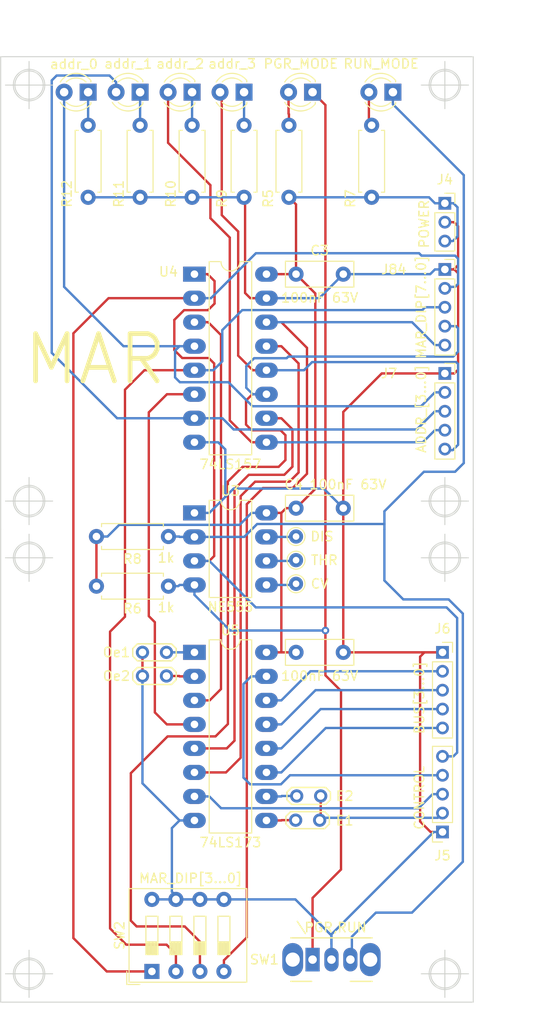
<source format=kicad_pcb>
(kicad_pcb (version 20171130) (host pcbnew 5.1.5+dfsg1-2build2)

  (general
    (thickness 1.6)
    (drawings 26)
    (tracks 358)
    (zones 0)
    (modules 34)
    (nets 38)
  )

  (page A4)
  (title_block
    (title MAR)
    (date 2021-01-26)
    (rev 2)
    (comment 1 "Tec. Henrique Silva")
  )

  (layers
    (0 F.Cu signal)
    (31 B.Cu signal)
    (32 B.Adhes user)
    (33 F.Adhes user)
    (34 B.Paste user)
    (35 F.Paste user)
    (36 B.SilkS user)
    (37 F.SilkS user)
    (38 B.Mask user)
    (39 F.Mask user)
    (40 Dwgs.User user)
    (41 Cmts.User user)
    (42 Eco1.User user)
    (43 Eco2.User user)
    (44 Edge.Cuts user)
    (45 Margin user)
    (46 B.CrtYd user)
    (47 F.CrtYd user)
    (48 B.Fab user)
    (49 F.Fab user)
  )

  (setup
    (last_trace_width 0.25)
    (trace_clearance 0.25)
    (zone_clearance 0.508)
    (zone_45_only no)
    (trace_min 0.2)
    (via_size 0.8)
    (via_drill 0.4)
    (via_min_size 0.4)
    (via_min_drill 0.3)
    (uvia_size 0.3)
    (uvia_drill 0.1)
    (uvias_allowed no)
    (uvia_min_size 0.2)
    (uvia_min_drill 0.1)
    (edge_width 0.1)
    (segment_width 0.2)
    (pcb_text_width 0.3)
    (pcb_text_size 1.5 1.5)
    (mod_edge_width 0.15)
    (mod_text_size 1 1)
    (mod_text_width 0.15)
    (pad_size 1.524 1.524)
    (pad_drill 0.762)
    (pad_to_mask_clearance 0)
    (aux_axis_origin 0 0)
    (visible_elements FFFFFF7F)
    (pcbplotparams
      (layerselection 0x010fc_ffffffff)
      (usegerberextensions false)
      (usegerberattributes false)
      (usegerberadvancedattributes false)
      (creategerberjobfile false)
      (excludeedgelayer true)
      (linewidth 0.100000)
      (plotframeref false)
      (viasonmask false)
      (mode 1)
      (useauxorigin false)
      (hpglpennumber 1)
      (hpglpenspeed 20)
      (hpglpendiameter 15.000000)
      (psnegative false)
      (psa4output false)
      (plotreference true)
      (plotvalue true)
      (plotinvisibletext false)
      (padsonsilk false)
      (subtractmaskfromsilk false)
      (outputformat 1)
      (mirror false)
      (drillshape 1)
      (scaleselection 1)
      (outputdirectory ""))
  )

  (net 0 "")
  (net 1 GND)
  (net 2 +5V)
  (net 3 "Net-(D5-Pad2)")
  (net 4 "Net-(D5-Pad1)")
  (net 5 "Net-(D6-Pad2)")
  (net 6 "Net-(D6-Pad1)")
  (net 7 addr_3)
  (net 8 "Net-(D7-Pad1)")
  (net 9 addr_2)
  (net 10 "Net-(D8-Pad1)")
  (net 11 addr_1)
  (net 12 "Net-(D9-Pad1)")
  (net 13 addr_0)
  (net 14 "Net-(D10-Pad1)")
  (net 15 \Program,Run)
  (net 16 RESET)
  (net 17 CLOCK)
  (net 18 \MAR_IN)
  (net 19 bus3)
  (net 20 bus2)
  (net 21 bus1)
  (net 22 bus0)
  (net 23 mar_dip3)
  (net 24 mar_dip2)
  (net 25 mar_dip1)
  (net 26 mar_dip0)
  (net 27 "Net-(JP8-Pad2)")
  (net 28 "Net-(JP9-Pad2)")
  (net 29 "Net-(JP10-Pad2)")
  (net 30 "Net-(JP11-Pad2)")
  (net 31 "Net-(TP6-Pad1)")
  (net 32 "Net-(TP7-Pad1)")
  (net 33 "Net-(TP8-Pad1)")
  (net 34 /mar_b1)
  (net 35 /mar_b3)
  (net 36 /mar_b0)
  (net 37 /mar_b2)

  (net_class Default "This is the default net class."
    (clearance 0.25)
    (trace_width 0.25)
    (via_dia 0.8)
    (via_drill 0.4)
    (uvia_dia 0.3)
    (uvia_drill 0.1)
    (add_net +5V)
    (add_net /mar_b0)
    (add_net /mar_b1)
    (add_net /mar_b2)
    (add_net /mar_b3)
    (add_net CLOCK)
    (add_net GND)
    (add_net "Net-(D10-Pad1)")
    (add_net "Net-(D5-Pad1)")
    (add_net "Net-(D5-Pad2)")
    (add_net "Net-(D6-Pad1)")
    (add_net "Net-(D6-Pad2)")
    (add_net "Net-(D7-Pad1)")
    (add_net "Net-(D8-Pad1)")
    (add_net "Net-(D9-Pad1)")
    (add_net "Net-(JP10-Pad2)")
    (add_net "Net-(JP11-Pad2)")
    (add_net "Net-(JP8-Pad2)")
    (add_net "Net-(JP9-Pad2)")
    (add_net "Net-(TP6-Pad1)")
    (add_net "Net-(TP7-Pad1)")
    (add_net "Net-(TP8-Pad1)")
    (add_net RESET)
    (add_net \MAR_IN)
    (add_net \Program,Run)
    (add_net addr_0)
    (add_net addr_1)
    (add_net addr_2)
    (add_net addr_3)
    (add_net bus0)
    (add_net bus1)
    (add_net bus2)
    (add_net bus3)
    (add_net mar_dip0)
    (add_net mar_dip1)
    (add_net mar_dip2)
    (add_net mar_dip3)
  )

  (module TestPoint:TestPoint_THTPad_D1.5mm_Drill0.7mm (layer F.Cu) (tedit 5A0F774F) (tstamp 6010DCE1)
    (at 147.25 98.25)
    (descr "THT pad as test Point, diameter 1.5mm, hole diameter 0.7mm")
    (tags "test point THT pad")
    (path /64653C0F)
    (attr virtual)
    (fp_text reference TP8 (at 6.05 0.05) (layer F.Fab)
      (effects (font (size 1 1) (thickness 0.15)))
    )
    (fp_text value THR (at 3 0) (layer F.SilkS)
      (effects (font (size 1 1) (thickness 0.15)))
    )
    (fp_circle (center 0 0) (end 0 0.95) (layer F.SilkS) (width 0.12))
    (fp_circle (center 0 0) (end 1.25 0) (layer F.CrtYd) (width 0.05))
    (fp_text user %R (at 6.05 0.05) (layer F.Fab)
      (effects (font (size 1 1) (thickness 0.15)))
    )
    (pad 1 thru_hole circle (at 0 0) (size 1.5 1.5) (drill 0.7) (layers *.Cu *.Mask)
      (net 33 "Net-(TP8-Pad1)"))
  )

  (module TestPoint:TestPoint_THTPad_D1.5mm_Drill0.7mm (layer F.Cu) (tedit 5A0F774F) (tstamp 6010DCD9)
    (at 147.25 95.75)
    (descr "THT pad as test Point, diameter 1.5mm, hole diameter 0.7mm")
    (tags "test point THT pad")
    (path /64650592)
    (attr virtual)
    (fp_text reference TP7 (at 6.05 0.05) (layer F.Fab)
      (effects (font (size 1 1) (thickness 0.15)))
    )
    (fp_text value DIS (at 2.75 0) (layer F.SilkS)
      (effects (font (size 1 1) (thickness 0.15)))
    )
    (fp_circle (center 0 0) (end 0 0.95) (layer F.SilkS) (width 0.12))
    (fp_circle (center 0 0) (end 1.25 0) (layer F.CrtYd) (width 0.05))
    (fp_text user %R (at 6.05 0.05) (layer F.Fab)
      (effects (font (size 1 1) (thickness 0.15)))
    )
    (pad 1 thru_hole circle (at 0 0) (size 1.5 1.5) (drill 0.7) (layers *.Cu *.Mask)
      (net 32 "Net-(TP7-Pad1)"))
  )

  (module TestPoint:TestPoint_THTPad_D1.5mm_Drill0.7mm (layer F.Cu) (tedit 5A0F774F) (tstamp 6010DCD1)
    (at 147.25 100.75)
    (descr "THT pad as test Point, diameter 1.5mm, hole diameter 0.7mm")
    (tags "test point THT pad")
    (path /64657CB5)
    (attr virtual)
    (fp_text reference TP6 (at 5.85 -0.05) (layer F.Fab)
      (effects (font (size 1 1) (thickness 0.15)))
    )
    (fp_text value CV (at 2.5 0) (layer F.SilkS)
      (effects (font (size 1 1) (thickness 0.15)))
    )
    (fp_circle (center 0 0) (end 0 0.95) (layer F.SilkS) (width 0.12))
    (fp_circle (center 0 0) (end 1.25 0) (layer F.CrtYd) (width 0.05))
    (fp_text user %R (at 5.85 -0.05) (layer F.Fab)
      (effects (font (size 1 1) (thickness 0.15)))
    )
    (pad 1 thru_hole circle (at 0 0) (size 1.5 1.5) (drill 0.7) (layers *.Cu *.Mask)
      (net 31 "Net-(TP6-Pad1)"))
  )

  (module Package_DIP:DIP-16_W7.62mm_LongPads (layer F.Cu) (tedit 5A02E8C5) (tstamp 6010DD45)
    (at 136.5 108)
    (descr "16-lead though-hole mounted DIP package, row spacing 7.62 mm (300 mils), LongPads")
    (tags "THT DIP DIL PDIP 2.54mm 7.62mm 300mil LongPads")
    (path /60992664)
    (fp_text reference U5 (at 3.81 -2.33) (layer F.SilkS)
      (effects (font (size 1 1) (thickness 0.15)))
    )
    (fp_text value 74LS173 (at 3.81 20.11) (layer F.SilkS)
      (effects (font (size 1 1) (thickness 0.15)))
    )
    (fp_text user %R (at 3.81 8.89) (layer F.Fab)
      (effects (font (size 1 1) (thickness 0.15)))
    )
    (fp_line (start 9.1 -1.55) (end -1.45 -1.55) (layer F.CrtYd) (width 0.05))
    (fp_line (start 9.1 19.3) (end 9.1 -1.55) (layer F.CrtYd) (width 0.05))
    (fp_line (start -1.45 19.3) (end 9.1 19.3) (layer F.CrtYd) (width 0.05))
    (fp_line (start -1.45 -1.55) (end -1.45 19.3) (layer F.CrtYd) (width 0.05))
    (fp_line (start 6.06 -1.33) (end 4.81 -1.33) (layer F.SilkS) (width 0.12))
    (fp_line (start 6.06 19.11) (end 6.06 -1.33) (layer F.SilkS) (width 0.12))
    (fp_line (start 1.56 19.11) (end 6.06 19.11) (layer F.SilkS) (width 0.12))
    (fp_line (start 1.56 -1.33) (end 1.56 19.11) (layer F.SilkS) (width 0.12))
    (fp_line (start 2.81 -1.33) (end 1.56 -1.33) (layer F.SilkS) (width 0.12))
    (fp_line (start 0.635 -0.27) (end 1.635 -1.27) (layer F.Fab) (width 0.1))
    (fp_line (start 0.635 19.05) (end 0.635 -0.27) (layer F.Fab) (width 0.1))
    (fp_line (start 6.985 19.05) (end 0.635 19.05) (layer F.Fab) (width 0.1))
    (fp_line (start 6.985 -1.27) (end 6.985 19.05) (layer F.Fab) (width 0.1))
    (fp_line (start 1.635 -1.27) (end 6.985 -1.27) (layer F.Fab) (width 0.1))
    (fp_arc (start 3.81 -1.33) (end 2.81 -1.33) (angle -180) (layer F.SilkS) (width 0.12))
    (pad 16 thru_hole oval (at 7.62 0) (size 2.4 1.6) (drill 0.8) (layers *.Cu *.Mask)
      (net 2 +5V))
    (pad 8 thru_hole oval (at 0 17.78) (size 2.4 1.6) (drill 0.8) (layers *.Cu *.Mask)
      (net 1 GND))
    (pad 15 thru_hole oval (at 7.62 2.54) (size 2.4 1.6) (drill 0.8) (layers *.Cu *.Mask)
      (net 16 RESET))
    (pad 7 thru_hole oval (at 0 15.24) (size 2.4 1.6) (drill 0.8) (layers *.Cu *.Mask)
      (net 17 CLOCK))
    (pad 14 thru_hole oval (at 7.62 5.08) (size 2.4 1.6) (drill 0.8) (layers *.Cu *.Mask)
      (net 22 bus0))
    (pad 6 thru_hole oval (at 0 12.7) (size 2.4 1.6) (drill 0.8) (layers *.Cu *.Mask)
      (net 35 /mar_b3))
    (pad 13 thru_hole oval (at 7.62 7.62) (size 2.4 1.6) (drill 0.8) (layers *.Cu *.Mask)
      (net 21 bus1))
    (pad 5 thru_hole oval (at 0 10.16) (size 2.4 1.6) (drill 0.8) (layers *.Cu *.Mask)
      (net 37 /mar_b2))
    (pad 12 thru_hole oval (at 7.62 10.16) (size 2.4 1.6) (drill 0.8) (layers *.Cu *.Mask)
      (net 20 bus2))
    (pad 4 thru_hole oval (at 0 7.62) (size 2.4 1.6) (drill 0.8) (layers *.Cu *.Mask)
      (net 34 /mar_b1))
    (pad 11 thru_hole oval (at 7.62 12.7) (size 2.4 1.6) (drill 0.8) (layers *.Cu *.Mask)
      (net 19 bus3))
    (pad 3 thru_hole oval (at 0 5.08) (size 2.4 1.6) (drill 0.8) (layers *.Cu *.Mask)
      (net 36 /mar_b0))
    (pad 10 thru_hole oval (at 7.62 15.24) (size 2.4 1.6) (drill 0.8) (layers *.Cu *.Mask)
      (net 28 "Net-(JP9-Pad2)"))
    (pad 2 thru_hole oval (at 0 2.54) (size 2.4 1.6) (drill 0.8) (layers *.Cu *.Mask)
      (net 29 "Net-(JP10-Pad2)"))
    (pad 9 thru_hole oval (at 7.62 17.78) (size 2.4 1.6) (drill 0.8) (layers *.Cu *.Mask)
      (net 30 "Net-(JP11-Pad2)"))
    (pad 1 thru_hole rect (at 0 0) (size 2.4 1.6) (drill 0.8) (layers *.Cu *.Mask)
      (net 27 "Net-(JP8-Pad2)"))
    (model ${KISYS3DMOD}/Package_DIP.3dshapes/DIP-16_W7.62mm.wrl
      (at (xyz 0 0 0))
      (scale (xyz 1 1 1))
      (rotate (xyz 0 0 0))
    )
  )

  (module Package_DIP:DIP-16_W7.62mm_LongPads (layer F.Cu) (tedit 5A02E8C5) (tstamp 6010DD21)
    (at 136.5 68)
    (descr "16-lead though-hole mounted DIP package, row spacing 7.62 mm (300 mils), LongPads")
    (tags "THT DIP DIL PDIP 2.54mm 7.62mm 300mil LongPads")
    (path /60991BFC)
    (fp_text reference U4 (at -2.75 -0.25) (layer F.SilkS)
      (effects (font (size 1 1) (thickness 0.15)))
    )
    (fp_text value 74LS157 (at 3.81 20.11) (layer F.SilkS)
      (effects (font (size 1 1) (thickness 0.15)))
    )
    (fp_text user %R (at 3.81 8.89) (layer F.Fab)
      (effects (font (size 1 1) (thickness 0.15)))
    )
    (fp_line (start 9.1 -1.55) (end -1.45 -1.55) (layer F.CrtYd) (width 0.05))
    (fp_line (start 9.1 19.3) (end 9.1 -1.55) (layer F.CrtYd) (width 0.05))
    (fp_line (start -1.45 19.3) (end 9.1 19.3) (layer F.CrtYd) (width 0.05))
    (fp_line (start -1.45 -1.55) (end -1.45 19.3) (layer F.CrtYd) (width 0.05))
    (fp_line (start 6.06 -1.33) (end 4.81 -1.33) (layer F.SilkS) (width 0.12))
    (fp_line (start 6.06 19.11) (end 6.06 -1.33) (layer F.SilkS) (width 0.12))
    (fp_line (start 1.56 19.11) (end 6.06 19.11) (layer F.SilkS) (width 0.12))
    (fp_line (start 1.56 -1.33) (end 1.56 19.11) (layer F.SilkS) (width 0.12))
    (fp_line (start 2.81 -1.33) (end 1.56 -1.33) (layer F.SilkS) (width 0.12))
    (fp_line (start 0.635 -0.27) (end 1.635 -1.27) (layer F.Fab) (width 0.1))
    (fp_line (start 0.635 19.05) (end 0.635 -0.27) (layer F.Fab) (width 0.1))
    (fp_line (start 6.985 19.05) (end 0.635 19.05) (layer F.Fab) (width 0.1))
    (fp_line (start 6.985 -1.27) (end 6.985 19.05) (layer F.Fab) (width 0.1))
    (fp_line (start 1.635 -1.27) (end 6.985 -1.27) (layer F.Fab) (width 0.1))
    (fp_arc (start 3.81 -1.33) (end 2.81 -1.33) (angle -180) (layer F.SilkS) (width 0.12))
    (pad 16 thru_hole oval (at 7.62 0) (size 2.4 1.6) (drill 0.8) (layers *.Cu *.Mask)
      (net 2 +5V))
    (pad 8 thru_hole oval (at 0 17.78) (size 2.4 1.6) (drill 0.8) (layers *.Cu *.Mask)
      (net 1 GND))
    (pad 15 thru_hole oval (at 7.62 2.54) (size 2.4 1.6) (drill 0.8) (layers *.Cu *.Mask)
      (net 1 GND))
    (pad 7 thru_hole oval (at 0 15.24) (size 2.4 1.6) (drill 0.8) (layers *.Cu *.Mask)
      (net 11 addr_1))
    (pad 14 thru_hole oval (at 7.62 5.08) (size 2.4 1.6) (drill 0.8) (layers *.Cu *.Mask)
      (net 23 mar_dip3))
    (pad 6 thru_hole oval (at 0 12.7) (size 2.4 1.6) (drill 0.8) (layers *.Cu *.Mask)
      (net 34 /mar_b1))
    (pad 13 thru_hole oval (at 7.62 7.62) (size 2.4 1.6) (drill 0.8) (layers *.Cu *.Mask)
      (net 35 /mar_b3))
    (pad 5 thru_hole oval (at 0 10.16) (size 2.4 1.6) (drill 0.8) (layers *.Cu *.Mask)
      (net 25 mar_dip1))
    (pad 12 thru_hole oval (at 7.62 10.16) (size 2.4 1.6) (drill 0.8) (layers *.Cu *.Mask)
      (net 7 addr_3))
    (pad 4 thru_hole oval (at 0 7.62) (size 2.4 1.6) (drill 0.8) (layers *.Cu *.Mask)
      (net 13 addr_0))
    (pad 11 thru_hole oval (at 7.62 12.7) (size 2.4 1.6) (drill 0.8) (layers *.Cu *.Mask)
      (net 24 mar_dip2))
    (pad 3 thru_hole oval (at 0 5.08) (size 2.4 1.6) (drill 0.8) (layers *.Cu *.Mask)
      (net 36 /mar_b0))
    (pad 10 thru_hole oval (at 7.62 15.24) (size 2.4 1.6) (drill 0.8) (layers *.Cu *.Mask)
      (net 37 /mar_b2))
    (pad 2 thru_hole oval (at 0 2.54) (size 2.4 1.6) (drill 0.8) (layers *.Cu *.Mask)
      (net 26 mar_dip0))
    (pad 9 thru_hole oval (at 7.62 17.78) (size 2.4 1.6) (drill 0.8) (layers *.Cu *.Mask)
      (net 9 addr_2))
    (pad 1 thru_hole rect (at 0 0) (size 2.4 1.6) (drill 0.8) (layers *.Cu *.Mask)
      (net 15 \Program,Run))
    (model ${KISYS3DMOD}/Package_DIP.3dshapes/DIP-16_W7.62mm.wrl
      (at (xyz 0 0 0))
      (scale (xyz 1 1 1))
      (rotate (xyz 0 0 0))
    )
  )

  (module Package_DIP:DIP-8_W7.62mm_LongPads (layer F.Cu) (tedit 5A02E8C5) (tstamp 6010DCFD)
    (at 136.5 93.25)
    (descr "8-lead though-hole mounted DIP package, row spacing 7.62 mm (300 mils), LongPads")
    (tags "THT DIP DIL PDIP 2.54mm 7.62mm 300mil LongPads")
    (path /60205D10)
    (fp_text reference U3 (at 3.81 -2.33) (layer F.SilkS)
      (effects (font (size 1 1) (thickness 0.15)))
    )
    (fp_text value NE555 (at 3.81 9.95) (layer F.SilkS)
      (effects (font (size 1 1) (thickness 0.15)))
    )
    (fp_text user %R (at 3.81 3.81) (layer F.Fab)
      (effects (font (size 1 1) (thickness 0.15)))
    )
    (fp_line (start 9.1 -1.55) (end -1.45 -1.55) (layer F.CrtYd) (width 0.05))
    (fp_line (start 9.1 9.15) (end 9.1 -1.55) (layer F.CrtYd) (width 0.05))
    (fp_line (start -1.45 9.15) (end 9.1 9.15) (layer F.CrtYd) (width 0.05))
    (fp_line (start -1.45 -1.55) (end -1.45 9.15) (layer F.CrtYd) (width 0.05))
    (fp_line (start 6.06 -1.33) (end 4.81 -1.33) (layer F.SilkS) (width 0.12))
    (fp_line (start 6.06 8.95) (end 6.06 -1.33) (layer F.SilkS) (width 0.12))
    (fp_line (start 1.56 8.95) (end 6.06 8.95) (layer F.SilkS) (width 0.12))
    (fp_line (start 1.56 -1.33) (end 1.56 8.95) (layer F.SilkS) (width 0.12))
    (fp_line (start 2.81 -1.33) (end 1.56 -1.33) (layer F.SilkS) (width 0.12))
    (fp_line (start 0.635 -0.27) (end 1.635 -1.27) (layer F.Fab) (width 0.1))
    (fp_line (start 0.635 8.89) (end 0.635 -0.27) (layer F.Fab) (width 0.1))
    (fp_line (start 6.985 8.89) (end 0.635 8.89) (layer F.Fab) (width 0.1))
    (fp_line (start 6.985 -1.27) (end 6.985 8.89) (layer F.Fab) (width 0.1))
    (fp_line (start 1.635 -1.27) (end 6.985 -1.27) (layer F.Fab) (width 0.1))
    (fp_arc (start 3.81 -1.33) (end 2.81 -1.33) (angle -180) (layer F.SilkS) (width 0.12))
    (pad 8 thru_hole oval (at 7.62 0) (size 2.4 1.6) (drill 0.8) (layers *.Cu *.Mask)
      (net 2 +5V))
    (pad 4 thru_hole oval (at 0 7.62) (size 2.4 1.6) (drill 0.8) (layers *.Cu *.Mask)
      (net 4 "Net-(D5-Pad1)"))
    (pad 7 thru_hole oval (at 7.62 2.54) (size 2.4 1.6) (drill 0.8) (layers *.Cu *.Mask)
      (net 32 "Net-(TP7-Pad1)"))
    (pad 3 thru_hole oval (at 0 5.08) (size 2.4 1.6) (drill 0.8) (layers *.Cu *.Mask)
      (net 15 \Program,Run))
    (pad 6 thru_hole oval (at 7.62 5.08) (size 2.4 1.6) (drill 0.8) (layers *.Cu *.Mask)
      (net 33 "Net-(TP8-Pad1)"))
    (pad 2 thru_hole oval (at 0 2.54) (size 2.4 1.6) (drill 0.8) (layers *.Cu *.Mask)
      (net 6 "Net-(D6-Pad1)"))
    (pad 5 thru_hole oval (at 7.62 7.62) (size 2.4 1.6) (drill 0.8) (layers *.Cu *.Mask)
      (net 31 "Net-(TP6-Pad1)"))
    (pad 1 thru_hole rect (at 0 0) (size 2.4 1.6) (drill 0.8) (layers *.Cu *.Mask)
      (net 1 GND))
    (model ${KISYS3DMOD}/Package_DIP.3dshapes/DIP-8_W7.62mm.wrl
      (at (xyz 0 0 0))
      (scale (xyz 1 1 1))
      (rotate (xyz 0 0 0))
    )
  )

  (module Button_Switch_THT:SW_DIP_SPSTx04_Slide_9.78x12.34mm_W7.62mm_P2.54mm (layer F.Cu) (tedit 5A4E1404) (tstamp 6010DCC9)
    (at 132 141.75 90)
    (descr "4x-dip-switch SPST , Slide, row spacing 7.62 mm (300 mils), body size 9.78x12.34mm (see e.g. https://www.ctscorp.com/wp-content/uploads/206-208.pdf)")
    (tags "DIP Switch SPST Slide 7.62mm 300mil")
    (path /609A45B1)
    (fp_text reference SW2 (at 3.81 -3.42 90) (layer F.SilkS)
      (effects (font (size 1 1) (thickness 0.15)))
    )
    (fp_text value MAR_DIP[3...0] (at 9.85 4.1 180) (layer F.SilkS)
      (effects (font (size 1 1) (thickness 0.15)))
    )
    (fp_text user on (at 5.365 -1.4975 90) (layer F.Fab)
      (effects (font (size 0.8 0.8) (thickness 0.12)))
    )
    (fp_text user %R (at 7.27 3.81) (layer F.Fab)
      (effects (font (size 0.8 0.8) (thickness 0.12)))
    )
    (fp_line (start 8.95 -2.7) (end -1.35 -2.7) (layer F.CrtYd) (width 0.05))
    (fp_line (start 8.95 10.3) (end 8.95 -2.7) (layer F.CrtYd) (width 0.05))
    (fp_line (start -1.35 10.3) (end 8.95 10.3) (layer F.CrtYd) (width 0.05))
    (fp_line (start -1.35 -2.7) (end -1.35 10.3) (layer F.CrtYd) (width 0.05))
    (fp_line (start 3.133333 6.985) (end 3.133333 8.255) (layer F.SilkS) (width 0.12))
    (fp_line (start 1.78 8.185) (end 3.133333 8.185) (layer F.SilkS) (width 0.12))
    (fp_line (start 1.78 8.065) (end 3.133333 8.065) (layer F.SilkS) (width 0.12))
    (fp_line (start 1.78 7.945) (end 3.133333 7.945) (layer F.SilkS) (width 0.12))
    (fp_line (start 1.78 7.825) (end 3.133333 7.825) (layer F.SilkS) (width 0.12))
    (fp_line (start 1.78 7.705) (end 3.133333 7.705) (layer F.SilkS) (width 0.12))
    (fp_line (start 1.78 7.585) (end 3.133333 7.585) (layer F.SilkS) (width 0.12))
    (fp_line (start 1.78 7.465) (end 3.133333 7.465) (layer F.SilkS) (width 0.12))
    (fp_line (start 1.78 7.345) (end 3.133333 7.345) (layer F.SilkS) (width 0.12))
    (fp_line (start 1.78 7.225) (end 3.133333 7.225) (layer F.SilkS) (width 0.12))
    (fp_line (start 1.78 7.105) (end 3.133333 7.105) (layer F.SilkS) (width 0.12))
    (fp_line (start 5.84 6.985) (end 1.78 6.985) (layer F.SilkS) (width 0.12))
    (fp_line (start 5.84 8.255) (end 5.84 6.985) (layer F.SilkS) (width 0.12))
    (fp_line (start 1.78 8.255) (end 5.84 8.255) (layer F.SilkS) (width 0.12))
    (fp_line (start 1.78 6.985) (end 1.78 8.255) (layer F.SilkS) (width 0.12))
    (fp_line (start 3.133333 4.445) (end 3.133333 5.715) (layer F.SilkS) (width 0.12))
    (fp_line (start 1.78 5.645) (end 3.133333 5.645) (layer F.SilkS) (width 0.12))
    (fp_line (start 1.78 5.525) (end 3.133333 5.525) (layer F.SilkS) (width 0.12))
    (fp_line (start 1.78 5.405) (end 3.133333 5.405) (layer F.SilkS) (width 0.12))
    (fp_line (start 1.78 5.285) (end 3.133333 5.285) (layer F.SilkS) (width 0.12))
    (fp_line (start 1.78 5.165) (end 3.133333 5.165) (layer F.SilkS) (width 0.12))
    (fp_line (start 1.78 5.045) (end 3.133333 5.045) (layer F.SilkS) (width 0.12))
    (fp_line (start 1.78 4.925) (end 3.133333 4.925) (layer F.SilkS) (width 0.12))
    (fp_line (start 1.78 4.805) (end 3.133333 4.805) (layer F.SilkS) (width 0.12))
    (fp_line (start 1.78 4.685) (end 3.133333 4.685) (layer F.SilkS) (width 0.12))
    (fp_line (start 1.78 4.565) (end 3.133333 4.565) (layer F.SilkS) (width 0.12))
    (fp_line (start 5.84 4.445) (end 1.78 4.445) (layer F.SilkS) (width 0.12))
    (fp_line (start 5.84 5.715) (end 5.84 4.445) (layer F.SilkS) (width 0.12))
    (fp_line (start 1.78 5.715) (end 5.84 5.715) (layer F.SilkS) (width 0.12))
    (fp_line (start 1.78 4.445) (end 1.78 5.715) (layer F.SilkS) (width 0.12))
    (fp_line (start 3.133333 1.905) (end 3.133333 3.175) (layer F.SilkS) (width 0.12))
    (fp_line (start 1.78 3.105) (end 3.133333 3.105) (layer F.SilkS) (width 0.12))
    (fp_line (start 1.78 2.985) (end 3.133333 2.985) (layer F.SilkS) (width 0.12))
    (fp_line (start 1.78 2.865) (end 3.133333 2.865) (layer F.SilkS) (width 0.12))
    (fp_line (start 1.78 2.745) (end 3.133333 2.745) (layer F.SilkS) (width 0.12))
    (fp_line (start 1.78 2.625) (end 3.133333 2.625) (layer F.SilkS) (width 0.12))
    (fp_line (start 1.78 2.505) (end 3.133333 2.505) (layer F.SilkS) (width 0.12))
    (fp_line (start 1.78 2.385) (end 3.133333 2.385) (layer F.SilkS) (width 0.12))
    (fp_line (start 1.78 2.265) (end 3.133333 2.265) (layer F.SilkS) (width 0.12))
    (fp_line (start 1.78 2.145) (end 3.133333 2.145) (layer F.SilkS) (width 0.12))
    (fp_line (start 1.78 2.025) (end 3.133333 2.025) (layer F.SilkS) (width 0.12))
    (fp_line (start 5.84 1.905) (end 1.78 1.905) (layer F.SilkS) (width 0.12))
    (fp_line (start 5.84 3.175) (end 5.84 1.905) (layer F.SilkS) (width 0.12))
    (fp_line (start 1.78 3.175) (end 5.84 3.175) (layer F.SilkS) (width 0.12))
    (fp_line (start 1.78 1.905) (end 1.78 3.175) (layer F.SilkS) (width 0.12))
    (fp_line (start 3.133333 -0.635) (end 3.133333 0.635) (layer F.SilkS) (width 0.12))
    (fp_line (start 1.78 0.565) (end 3.133333 0.565) (layer F.SilkS) (width 0.12))
    (fp_line (start 1.78 0.445) (end 3.133333 0.445) (layer F.SilkS) (width 0.12))
    (fp_line (start 1.78 0.325) (end 3.133333 0.325) (layer F.SilkS) (width 0.12))
    (fp_line (start 1.78 0.205) (end 3.133333 0.205) (layer F.SilkS) (width 0.12))
    (fp_line (start 1.78 0.085) (end 3.133333 0.085) (layer F.SilkS) (width 0.12))
    (fp_line (start 1.78 -0.035) (end 3.133333 -0.035) (layer F.SilkS) (width 0.12))
    (fp_line (start 1.78 -0.155) (end 3.133333 -0.155) (layer F.SilkS) (width 0.12))
    (fp_line (start 1.78 -0.275) (end 3.133333 -0.275) (layer F.SilkS) (width 0.12))
    (fp_line (start 1.78 -0.395) (end 3.133333 -0.395) (layer F.SilkS) (width 0.12))
    (fp_line (start 1.78 -0.515) (end 3.133333 -0.515) (layer F.SilkS) (width 0.12))
    (fp_line (start 5.84 -0.635) (end 1.78 -0.635) (layer F.SilkS) (width 0.12))
    (fp_line (start 5.84 0.635) (end 5.84 -0.635) (layer F.SilkS) (width 0.12))
    (fp_line (start 1.78 0.635) (end 5.84 0.635) (layer F.SilkS) (width 0.12))
    (fp_line (start 1.78 -0.635) (end 1.78 0.635) (layer F.SilkS) (width 0.12))
    (fp_line (start -1.38 -2.66) (end -1.38 -1.277) (layer F.SilkS) (width 0.12))
    (fp_line (start -1.38 -2.66) (end 0.004 -2.66) (layer F.SilkS) (width 0.12))
    (fp_line (start 8.76 -2.42) (end 8.76 10.04) (layer F.SilkS) (width 0.12))
    (fp_line (start -1.14 -2.42) (end -1.14 10.04) (layer F.SilkS) (width 0.12))
    (fp_line (start -1.14 10.04) (end 8.76 10.04) (layer F.SilkS) (width 0.12))
    (fp_line (start -1.14 -2.42) (end 8.76 -2.42) (layer F.SilkS) (width 0.12))
    (fp_line (start 3.133333 6.985) (end 3.133333 8.255) (layer F.Fab) (width 0.1))
    (fp_line (start 1.78 8.185) (end 3.133333 8.185) (layer F.Fab) (width 0.1))
    (fp_line (start 1.78 8.085) (end 3.133333 8.085) (layer F.Fab) (width 0.1))
    (fp_line (start 1.78 7.985) (end 3.133333 7.985) (layer F.Fab) (width 0.1))
    (fp_line (start 1.78 7.885) (end 3.133333 7.885) (layer F.Fab) (width 0.1))
    (fp_line (start 1.78 7.785) (end 3.133333 7.785) (layer F.Fab) (width 0.1))
    (fp_line (start 1.78 7.685) (end 3.133333 7.685) (layer F.Fab) (width 0.1))
    (fp_line (start 1.78 7.585) (end 3.133333 7.585) (layer F.Fab) (width 0.1))
    (fp_line (start 1.78 7.485) (end 3.133333 7.485) (layer F.Fab) (width 0.1))
    (fp_line (start 1.78 7.385) (end 3.133333 7.385) (layer F.Fab) (width 0.1))
    (fp_line (start 1.78 7.285) (end 3.133333 7.285) (layer F.Fab) (width 0.1))
    (fp_line (start 1.78 7.185) (end 3.133333 7.185) (layer F.Fab) (width 0.1))
    (fp_line (start 1.78 7.085) (end 3.133333 7.085) (layer F.Fab) (width 0.1))
    (fp_line (start 5.84 6.985) (end 1.78 6.985) (layer F.Fab) (width 0.1))
    (fp_line (start 5.84 8.255) (end 5.84 6.985) (layer F.Fab) (width 0.1))
    (fp_line (start 1.78 8.255) (end 5.84 8.255) (layer F.Fab) (width 0.1))
    (fp_line (start 1.78 6.985) (end 1.78 8.255) (layer F.Fab) (width 0.1))
    (fp_line (start 3.133333 4.445) (end 3.133333 5.715) (layer F.Fab) (width 0.1))
    (fp_line (start 1.78 5.645) (end 3.133333 5.645) (layer F.Fab) (width 0.1))
    (fp_line (start 1.78 5.545) (end 3.133333 5.545) (layer F.Fab) (width 0.1))
    (fp_line (start 1.78 5.445) (end 3.133333 5.445) (layer F.Fab) (width 0.1))
    (fp_line (start 1.78 5.345) (end 3.133333 5.345) (layer F.Fab) (width 0.1))
    (fp_line (start 1.78 5.245) (end 3.133333 5.245) (layer F.Fab) (width 0.1))
    (fp_line (start 1.78 5.145) (end 3.133333 5.145) (layer F.Fab) (width 0.1))
    (fp_line (start 1.78 5.045) (end 3.133333 5.045) (layer F.Fab) (width 0.1))
    (fp_line (start 1.78 4.945) (end 3.133333 4.945) (layer F.Fab) (width 0.1))
    (fp_line (start 1.78 4.845) (end 3.133333 4.845) (layer F.Fab) (width 0.1))
    (fp_line (start 1.78 4.745) (end 3.133333 4.745) (layer F.Fab) (width 0.1))
    (fp_line (start 1.78 4.645) (end 3.133333 4.645) (layer F.Fab) (width 0.1))
    (fp_line (start 1.78 4.545) (end 3.133333 4.545) (layer F.Fab) (width 0.1))
    (fp_line (start 5.84 4.445) (end 1.78 4.445) (layer F.Fab) (width 0.1))
    (fp_line (start 5.84 5.715) (end 5.84 4.445) (layer F.Fab) (width 0.1))
    (fp_line (start 1.78 5.715) (end 5.84 5.715) (layer F.Fab) (width 0.1))
    (fp_line (start 1.78 4.445) (end 1.78 5.715) (layer F.Fab) (width 0.1))
    (fp_line (start 3.133333 1.905) (end 3.133333 3.175) (layer F.Fab) (width 0.1))
    (fp_line (start 1.78 3.105) (end 3.133333 3.105) (layer F.Fab) (width 0.1))
    (fp_line (start 1.78 3.005) (end 3.133333 3.005) (layer F.Fab) (width 0.1))
    (fp_line (start 1.78 2.905) (end 3.133333 2.905) (layer F.Fab) (width 0.1))
    (fp_line (start 1.78 2.805) (end 3.133333 2.805) (layer F.Fab) (width 0.1))
    (fp_line (start 1.78 2.705) (end 3.133333 2.705) (layer F.Fab) (width 0.1))
    (fp_line (start 1.78 2.605) (end 3.133333 2.605) (layer F.Fab) (width 0.1))
    (fp_line (start 1.78 2.505) (end 3.133333 2.505) (layer F.Fab) (width 0.1))
    (fp_line (start 1.78 2.405) (end 3.133333 2.405) (layer F.Fab) (width 0.1))
    (fp_line (start 1.78 2.305) (end 3.133333 2.305) (layer F.Fab) (width 0.1))
    (fp_line (start 1.78 2.205) (end 3.133333 2.205) (layer F.Fab) (width 0.1))
    (fp_line (start 1.78 2.105) (end 3.133333 2.105) (layer F.Fab) (width 0.1))
    (fp_line (start 1.78 2.005) (end 3.133333 2.005) (layer F.Fab) (width 0.1))
    (fp_line (start 5.84 1.905) (end 1.78 1.905) (layer F.Fab) (width 0.1))
    (fp_line (start 5.84 3.175) (end 5.84 1.905) (layer F.Fab) (width 0.1))
    (fp_line (start 1.78 3.175) (end 5.84 3.175) (layer F.Fab) (width 0.1))
    (fp_line (start 1.78 1.905) (end 1.78 3.175) (layer F.Fab) (width 0.1))
    (fp_line (start 3.133333 -0.635) (end 3.133333 0.635) (layer F.Fab) (width 0.1))
    (fp_line (start 1.78 0.565) (end 3.133333 0.565) (layer F.Fab) (width 0.1))
    (fp_line (start 1.78 0.465) (end 3.133333 0.465) (layer F.Fab) (width 0.1))
    (fp_line (start 1.78 0.365) (end 3.133333 0.365) (layer F.Fab) (width 0.1))
    (fp_line (start 1.78 0.265) (end 3.133333 0.265) (layer F.Fab) (width 0.1))
    (fp_line (start 1.78 0.165) (end 3.133333 0.165) (layer F.Fab) (width 0.1))
    (fp_line (start 1.78 0.065) (end 3.133333 0.065) (layer F.Fab) (width 0.1))
    (fp_line (start 1.78 -0.035) (end 3.133333 -0.035) (layer F.Fab) (width 0.1))
    (fp_line (start 1.78 -0.135) (end 3.133333 -0.135) (layer F.Fab) (width 0.1))
    (fp_line (start 1.78 -0.235) (end 3.133333 -0.235) (layer F.Fab) (width 0.1))
    (fp_line (start 1.78 -0.335) (end 3.133333 -0.335) (layer F.Fab) (width 0.1))
    (fp_line (start 1.78 -0.435) (end 3.133333 -0.435) (layer F.Fab) (width 0.1))
    (fp_line (start 1.78 -0.535) (end 3.133333 -0.535) (layer F.Fab) (width 0.1))
    (fp_line (start 5.84 -0.635) (end 1.78 -0.635) (layer F.Fab) (width 0.1))
    (fp_line (start 5.84 0.635) (end 5.84 -0.635) (layer F.Fab) (width 0.1))
    (fp_line (start 1.78 0.635) (end 5.84 0.635) (layer F.Fab) (width 0.1))
    (fp_line (start 1.78 -0.635) (end 1.78 0.635) (layer F.Fab) (width 0.1))
    (fp_line (start -1.08 -1.36) (end -0.08 -2.36) (layer F.Fab) (width 0.1))
    (fp_line (start -1.08 9.98) (end -1.08 -1.36) (layer F.Fab) (width 0.1))
    (fp_line (start 8.7 9.98) (end -1.08 9.98) (layer F.Fab) (width 0.1))
    (fp_line (start 8.7 -2.36) (end 8.7 9.98) (layer F.Fab) (width 0.1))
    (fp_line (start -0.08 -2.36) (end 8.7 -2.36) (layer F.Fab) (width 0.1))
    (pad 8 thru_hole oval (at 7.62 0 90) (size 1.6 1.6) (drill 0.8) (layers *.Cu *.Mask)
      (net 1 GND))
    (pad 4 thru_hole oval (at 0 7.62 90) (size 1.6 1.6) (drill 0.8) (layers *.Cu *.Mask)
      (net 23 mar_dip3))
    (pad 7 thru_hole oval (at 7.62 2.54 90) (size 1.6 1.6) (drill 0.8) (layers *.Cu *.Mask)
      (net 1 GND))
    (pad 3 thru_hole oval (at 0 5.08 90) (size 1.6 1.6) (drill 0.8) (layers *.Cu *.Mask)
      (net 24 mar_dip2))
    (pad 6 thru_hole oval (at 7.62 5.08 90) (size 1.6 1.6) (drill 0.8) (layers *.Cu *.Mask)
      (net 1 GND))
    (pad 2 thru_hole oval (at 0 2.54 90) (size 1.6 1.6) (drill 0.8) (layers *.Cu *.Mask)
      (net 25 mar_dip1))
    (pad 5 thru_hole oval (at 7.62 7.62 90) (size 1.6 1.6) (drill 0.8) (layers *.Cu *.Mask)
      (net 1 GND))
    (pad 1 thru_hole rect (at 0 0 90) (size 1.6 1.6) (drill 0.8) (layers *.Cu *.Mask)
      (net 26 mar_dip0))
    (model ${KISYS3DMOD}/Button_Switch_THT.3dshapes/SW_DIP_SPSTx04_Slide_9.78x12.34mm_W7.62mm_P2.54mm.wrl
      (at (xyz 0 0 0))
      (scale (xyz 1 1 1))
      (rotate (xyz 0 0 90))
    )
  )

  (module Button_Switch_THT:SW_CuK_OS102011MA1QN1_SPDT_Angled (layer F.Cu) (tedit 5A02FE31) (tstamp 6010F6C4)
    (at 149 140.5)
    (descr "CuK miniature slide switch, OS series, SPDT, right angle, http://www.ckswitches.com/media/1428/os.pdf")
    (tags "switch SPDT")
    (path /611810B6)
    (fp_text reference SW1 (at -5.1 0) (layer F.SilkS)
      (effects (font (size 1 1) (thickness 0.15)))
    )
    (fp_text value \PGR,RUN (at 2.1 -3.4) (layer F.SilkS)
      (effects (font (size 1 1) (thickness 0.15)))
    )
    (fp_line (start -3.7 -2.7) (end 7.7 -2.7) (layer F.CrtYd) (width 0.05))
    (fp_line (start -3.7 6.7) (end -3.7 -2.7) (layer F.CrtYd) (width 0.05))
    (fp_line (start 7.7 6.7) (end -3.7 6.7) (layer F.CrtYd) (width 0.05))
    (fp_line (start 7.7 -2.7) (end 7.7 6.7) (layer F.CrtYd) (width 0.05))
    (fp_line (start 4 2.3) (end 6.3 2.3) (layer F.SilkS) (width 0.15))
    (fp_line (start -2.3 2.3) (end -0.1 2.3) (layer F.SilkS) (width 0.15))
    (fp_line (start -2.3 -2.3) (end 6.3 -2.3) (layer F.SilkS) (width 0.15))
    (fp_line (start 0 6.2) (end 0 2.2) (layer F.Fab) (width 0.1))
    (fp_line (start 2 6.2) (end 0 6.2) (layer F.Fab) (width 0.1))
    (fp_line (start 2 2.2) (end 2 6.2) (layer F.Fab) (width 0.1))
    (fp_line (start 6.3 2.2) (end 6.3 -2.2) (layer F.Fab) (width 0.1))
    (fp_line (start -2.3 2.2) (end 6.3 2.2) (layer F.Fab) (width 0.1))
    (fp_line (start -2.3 -2.2) (end -2.3 2.2) (layer F.Fab) (width 0.1))
    (fp_line (start -2.3 -2.2) (end 6.3 -2.2) (layer F.Fab) (width 0.1))
    (fp_text user %R (at 2.3 1.7) (layer F.Fab)
      (effects (font (size 0.5 0.5) (thickness 0.1)))
    )
    (pad "" thru_hole oval (at 6.1 0) (size 2.2 3.5) (drill 1.5) (layers *.Cu *.Mask))
    (pad "" thru_hole oval (at -2.1 0) (size 2.2 3.5) (drill 1.5) (layers *.Cu *.Mask))
    (pad 3 thru_hole oval (at 4 0) (size 1.5 2.5) (drill 0.9) (layers *.Cu *.Mask)
      (net 6 "Net-(D6-Pad1)"))
    (pad 2 thru_hole oval (at 2 0) (size 1.5 2.5) (drill 0.9) (layers *.Cu *.Mask)
      (net 1 GND))
    (pad 1 thru_hole rect (at 0 0) (size 1.5 2.5) (drill 0.9) (layers *.Cu *.Mask)
      (net 4 "Net-(D5-Pad1)"))
    (model ${KISYS3DMOD}/Button_Switch_THT.3dshapes/SW_CuK_OS102011MA1QN1_SPDT_Angled.wrl
      (at (xyz 0 0 0))
      (scale (xyz 1 1 1))
      (rotate (xyz 0 0 0))
    )
  )

  (module Resistor_THT:R_Axial_DIN0207_L6.3mm_D2.5mm_P7.62mm_Horizontal (layer F.Cu) (tedit 5AE5139B) (tstamp 6010DC14)
    (at 125.25 52.25 270)
    (descr "Resistor, Axial_DIN0207 series, Axial, Horizontal, pin pitch=7.62mm, 0.25W = 1/4W, length*diameter=6.3*2.5mm^2, http://cdn-reichelt.de/documents/datenblatt/B400/1_4W%23YAG.pdf")
    (tags "Resistor Axial_DIN0207 series Axial Horizontal pin pitch 7.62mm 0.25W = 1/4W length 6.3mm diameter 2.5mm")
    (path /601AD7AF)
    (fp_text reference R12 (at 7.25 2.25 90) (layer F.SilkS)
      (effects (font (size 1 1) (thickness 0.15)))
    )
    (fp_text value 150 (at 3.81 2.37 90) (layer F.Fab)
      (effects (font (size 1 1) (thickness 0.15)))
    )
    (fp_text user %R (at 3.81 0 90) (layer F.Fab)
      (effects (font (size 1 1) (thickness 0.15)))
    )
    (fp_line (start 8.67 -1.5) (end -1.05 -1.5) (layer F.CrtYd) (width 0.05))
    (fp_line (start 8.67 1.5) (end 8.67 -1.5) (layer F.CrtYd) (width 0.05))
    (fp_line (start -1.05 1.5) (end 8.67 1.5) (layer F.CrtYd) (width 0.05))
    (fp_line (start -1.05 -1.5) (end -1.05 1.5) (layer F.CrtYd) (width 0.05))
    (fp_line (start 7.08 1.37) (end 7.08 1.04) (layer F.SilkS) (width 0.12))
    (fp_line (start 0.54 1.37) (end 7.08 1.37) (layer F.SilkS) (width 0.12))
    (fp_line (start 0.54 1.04) (end 0.54 1.37) (layer F.SilkS) (width 0.12))
    (fp_line (start 7.08 -1.37) (end 7.08 -1.04) (layer F.SilkS) (width 0.12))
    (fp_line (start 0.54 -1.37) (end 7.08 -1.37) (layer F.SilkS) (width 0.12))
    (fp_line (start 0.54 -1.04) (end 0.54 -1.37) (layer F.SilkS) (width 0.12))
    (fp_line (start 7.62 0) (end 6.96 0) (layer F.Fab) (width 0.1))
    (fp_line (start 0 0) (end 0.66 0) (layer F.Fab) (width 0.1))
    (fp_line (start 6.96 -1.25) (end 0.66 -1.25) (layer F.Fab) (width 0.1))
    (fp_line (start 6.96 1.25) (end 6.96 -1.25) (layer F.Fab) (width 0.1))
    (fp_line (start 0.66 1.25) (end 6.96 1.25) (layer F.Fab) (width 0.1))
    (fp_line (start 0.66 -1.25) (end 0.66 1.25) (layer F.Fab) (width 0.1))
    (pad 2 thru_hole oval (at 7.62 0 270) (size 1.6 1.6) (drill 0.8) (layers *.Cu *.Mask)
      (net 1 GND))
    (pad 1 thru_hole circle (at 0 0 270) (size 1.6 1.6) (drill 0.8) (layers *.Cu *.Mask)
      (net 14 "Net-(D10-Pad1)"))
    (model ${KISYS3DMOD}/Resistor_THT.3dshapes/R_Axial_DIN0207_L6.3mm_D2.5mm_P7.62mm_Horizontal.wrl
      (at (xyz 0 0 0))
      (scale (xyz 1 1 1))
      (rotate (xyz 0 0 0))
    )
  )

  (module Resistor_THT:R_Axial_DIN0207_L6.3mm_D2.5mm_P7.62mm_Horizontal (layer F.Cu) (tedit 5AE5139B) (tstamp 6010DBFD)
    (at 130.75 52.25 270)
    (descr "Resistor, Axial_DIN0207 series, Axial, Horizontal, pin pitch=7.62mm, 0.25W = 1/4W, length*diameter=6.3*2.5mm^2, http://cdn-reichelt.de/documents/datenblatt/B400/1_4W%23YAG.pdf")
    (tags "Resistor Axial_DIN0207 series Axial Horizontal pin pitch 7.62mm 0.25W = 1/4W length 6.3mm diameter 2.5mm")
    (path /601AD7A3)
    (fp_text reference R11 (at 7.25 2.25 90) (layer F.SilkS)
      (effects (font (size 1 1) (thickness 0.15)))
    )
    (fp_text value 150 (at 3.81 2.37 90) (layer F.Fab)
      (effects (font (size 1 1) (thickness 0.15)))
    )
    (fp_text user %R (at 3.81 0 90) (layer F.Fab)
      (effects (font (size 1 1) (thickness 0.15)))
    )
    (fp_line (start 8.67 -1.5) (end -1.05 -1.5) (layer F.CrtYd) (width 0.05))
    (fp_line (start 8.67 1.5) (end 8.67 -1.5) (layer F.CrtYd) (width 0.05))
    (fp_line (start -1.05 1.5) (end 8.67 1.5) (layer F.CrtYd) (width 0.05))
    (fp_line (start -1.05 -1.5) (end -1.05 1.5) (layer F.CrtYd) (width 0.05))
    (fp_line (start 7.08 1.37) (end 7.08 1.04) (layer F.SilkS) (width 0.12))
    (fp_line (start 0.54 1.37) (end 7.08 1.37) (layer F.SilkS) (width 0.12))
    (fp_line (start 0.54 1.04) (end 0.54 1.37) (layer F.SilkS) (width 0.12))
    (fp_line (start 7.08 -1.37) (end 7.08 -1.04) (layer F.SilkS) (width 0.12))
    (fp_line (start 0.54 -1.37) (end 7.08 -1.37) (layer F.SilkS) (width 0.12))
    (fp_line (start 0.54 -1.04) (end 0.54 -1.37) (layer F.SilkS) (width 0.12))
    (fp_line (start 7.62 0) (end 6.96 0) (layer F.Fab) (width 0.1))
    (fp_line (start 0 0) (end 0.66 0) (layer F.Fab) (width 0.1))
    (fp_line (start 6.96 -1.25) (end 0.66 -1.25) (layer F.Fab) (width 0.1))
    (fp_line (start 6.96 1.25) (end 6.96 -1.25) (layer F.Fab) (width 0.1))
    (fp_line (start 0.66 1.25) (end 6.96 1.25) (layer F.Fab) (width 0.1))
    (fp_line (start 0.66 -1.25) (end 0.66 1.25) (layer F.Fab) (width 0.1))
    (pad 2 thru_hole oval (at 7.62 0 270) (size 1.6 1.6) (drill 0.8) (layers *.Cu *.Mask)
      (net 1 GND))
    (pad 1 thru_hole circle (at 0 0 270) (size 1.6 1.6) (drill 0.8) (layers *.Cu *.Mask)
      (net 12 "Net-(D9-Pad1)"))
    (model ${KISYS3DMOD}/Resistor_THT.3dshapes/R_Axial_DIN0207_L6.3mm_D2.5mm_P7.62mm_Horizontal.wrl
      (at (xyz 0 0 0))
      (scale (xyz 1 1 1))
      (rotate (xyz 0 0 0))
    )
  )

  (module Resistor_THT:R_Axial_DIN0207_L6.3mm_D2.5mm_P7.62mm_Horizontal (layer F.Cu) (tedit 5AE5139B) (tstamp 6010DBE6)
    (at 136.25 52.25 270)
    (descr "Resistor, Axial_DIN0207 series, Axial, Horizontal, pin pitch=7.62mm, 0.25W = 1/4W, length*diameter=6.3*2.5mm^2, http://cdn-reichelt.de/documents/datenblatt/B400/1_4W%23YAG.pdf")
    (tags "Resistor Axial_DIN0207 series Axial Horizontal pin pitch 7.62mm 0.25W = 1/4W length 6.3mm diameter 2.5mm")
    (path /601AB81A)
    (fp_text reference R10 (at 7.25 2.25 90) (layer F.SilkS)
      (effects (font (size 1 1) (thickness 0.15)))
    )
    (fp_text value 150 (at 3.81 2.37 90) (layer F.Fab)
      (effects (font (size 1 1) (thickness 0.15)))
    )
    (fp_text user %R (at 3.81 0 90) (layer F.Fab)
      (effects (font (size 1 1) (thickness 0.15)))
    )
    (fp_line (start 8.67 -1.5) (end -1.05 -1.5) (layer F.CrtYd) (width 0.05))
    (fp_line (start 8.67 1.5) (end 8.67 -1.5) (layer F.CrtYd) (width 0.05))
    (fp_line (start -1.05 1.5) (end 8.67 1.5) (layer F.CrtYd) (width 0.05))
    (fp_line (start -1.05 -1.5) (end -1.05 1.5) (layer F.CrtYd) (width 0.05))
    (fp_line (start 7.08 1.37) (end 7.08 1.04) (layer F.SilkS) (width 0.12))
    (fp_line (start 0.54 1.37) (end 7.08 1.37) (layer F.SilkS) (width 0.12))
    (fp_line (start 0.54 1.04) (end 0.54 1.37) (layer F.SilkS) (width 0.12))
    (fp_line (start 7.08 -1.37) (end 7.08 -1.04) (layer F.SilkS) (width 0.12))
    (fp_line (start 0.54 -1.37) (end 7.08 -1.37) (layer F.SilkS) (width 0.12))
    (fp_line (start 0.54 -1.04) (end 0.54 -1.37) (layer F.SilkS) (width 0.12))
    (fp_line (start 7.62 0) (end 6.96 0) (layer F.Fab) (width 0.1))
    (fp_line (start 0 0) (end 0.66 0) (layer F.Fab) (width 0.1))
    (fp_line (start 6.96 -1.25) (end 0.66 -1.25) (layer F.Fab) (width 0.1))
    (fp_line (start 6.96 1.25) (end 6.96 -1.25) (layer F.Fab) (width 0.1))
    (fp_line (start 0.66 1.25) (end 6.96 1.25) (layer F.Fab) (width 0.1))
    (fp_line (start 0.66 -1.25) (end 0.66 1.25) (layer F.Fab) (width 0.1))
    (pad 2 thru_hole oval (at 7.62 0 270) (size 1.6 1.6) (drill 0.8) (layers *.Cu *.Mask)
      (net 1 GND))
    (pad 1 thru_hole circle (at 0 0 270) (size 1.6 1.6) (drill 0.8) (layers *.Cu *.Mask)
      (net 10 "Net-(D8-Pad1)"))
    (model ${KISYS3DMOD}/Resistor_THT.3dshapes/R_Axial_DIN0207_L6.3mm_D2.5mm_P7.62mm_Horizontal.wrl
      (at (xyz 0 0 0))
      (scale (xyz 1 1 1))
      (rotate (xyz 0 0 0))
    )
  )

  (module Resistor_THT:R_Axial_DIN0207_L6.3mm_D2.5mm_P7.62mm_Horizontal (layer F.Cu) (tedit 5AE5139B) (tstamp 6010DBCF)
    (at 141.75 52.25 270)
    (descr "Resistor, Axial_DIN0207 series, Axial, Horizontal, pin pitch=7.62mm, 0.25W = 1/4W, length*diameter=6.3*2.5mm^2, http://cdn-reichelt.de/documents/datenblatt/B400/1_4W%23YAG.pdf")
    (tags "Resistor Axial_DIN0207 series Axial Horizontal pin pitch 7.62mm 0.25W = 1/4W length 6.3mm diameter 2.5mm")
    (path /609AF9D2)
    (fp_text reference R9 (at 7.75 2.35 90) (layer F.SilkS)
      (effects (font (size 1 1) (thickness 0.15)))
    )
    (fp_text value 150 (at 3.81 2.37 90) (layer F.Fab)
      (effects (font (size 1 1) (thickness 0.15)))
    )
    (fp_text user %R (at 3.81 0 90) (layer F.Fab)
      (effects (font (size 1 1) (thickness 0.15)))
    )
    (fp_line (start 8.67 -1.5) (end -1.05 -1.5) (layer F.CrtYd) (width 0.05))
    (fp_line (start 8.67 1.5) (end 8.67 -1.5) (layer F.CrtYd) (width 0.05))
    (fp_line (start -1.05 1.5) (end 8.67 1.5) (layer F.CrtYd) (width 0.05))
    (fp_line (start -1.05 -1.5) (end -1.05 1.5) (layer F.CrtYd) (width 0.05))
    (fp_line (start 7.08 1.37) (end 7.08 1.04) (layer F.SilkS) (width 0.12))
    (fp_line (start 0.54 1.37) (end 7.08 1.37) (layer F.SilkS) (width 0.12))
    (fp_line (start 0.54 1.04) (end 0.54 1.37) (layer F.SilkS) (width 0.12))
    (fp_line (start 7.08 -1.37) (end 7.08 -1.04) (layer F.SilkS) (width 0.12))
    (fp_line (start 0.54 -1.37) (end 7.08 -1.37) (layer F.SilkS) (width 0.12))
    (fp_line (start 0.54 -1.04) (end 0.54 -1.37) (layer F.SilkS) (width 0.12))
    (fp_line (start 7.62 0) (end 6.96 0) (layer F.Fab) (width 0.1))
    (fp_line (start 0 0) (end 0.66 0) (layer F.Fab) (width 0.1))
    (fp_line (start 6.96 -1.25) (end 0.66 -1.25) (layer F.Fab) (width 0.1))
    (fp_line (start 6.96 1.25) (end 6.96 -1.25) (layer F.Fab) (width 0.1))
    (fp_line (start 0.66 1.25) (end 6.96 1.25) (layer F.Fab) (width 0.1))
    (fp_line (start 0.66 -1.25) (end 0.66 1.25) (layer F.Fab) (width 0.1))
    (pad 2 thru_hole oval (at 7.62 0 270) (size 1.6 1.6) (drill 0.8) (layers *.Cu *.Mask)
      (net 1 GND))
    (pad 1 thru_hole circle (at 0 0 270) (size 1.6 1.6) (drill 0.8) (layers *.Cu *.Mask)
      (net 8 "Net-(D7-Pad1)"))
    (model ${KISYS3DMOD}/Resistor_THT.3dshapes/R_Axial_DIN0207_L6.3mm_D2.5mm_P7.62mm_Horizontal.wrl
      (at (xyz 0 0 0))
      (scale (xyz 1 1 1))
      (rotate (xyz 0 0 0))
    )
  )

  (module Resistor_THT:R_Axial_DIN0207_L6.3mm_D2.5mm_P7.62mm_Horizontal (layer F.Cu) (tedit 5AE5139B) (tstamp 6010DBB8)
    (at 133.75 95.75 180)
    (descr "Resistor, Axial_DIN0207 series, Axial, Horizontal, pin pitch=7.62mm, 0.25W = 1/4W, length*diameter=6.3*2.5mm^2, http://cdn-reichelt.de/documents/datenblatt/B400/1_4W%23YAG.pdf")
    (tags "Resistor Axial_DIN0207 series Axial Horizontal pin pitch 7.62mm 0.25W = 1/4W length 6.3mm diameter 2.5mm")
    (path /60256A8A)
    (fp_text reference R8 (at 3.81 -2.37) (layer F.SilkS)
      (effects (font (size 1 1) (thickness 0.15)))
    )
    (fp_text value 1k (at 0.25 -2.25) (layer F.SilkS)
      (effects (font (size 1 1) (thickness 0.15)))
    )
    (fp_text user %R (at 3.81 0) (layer F.Fab)
      (effects (font (size 1 1) (thickness 0.15)))
    )
    (fp_line (start 8.67 -1.5) (end -1.05 -1.5) (layer F.CrtYd) (width 0.05))
    (fp_line (start 8.67 1.5) (end 8.67 -1.5) (layer F.CrtYd) (width 0.05))
    (fp_line (start -1.05 1.5) (end 8.67 1.5) (layer F.CrtYd) (width 0.05))
    (fp_line (start -1.05 -1.5) (end -1.05 1.5) (layer F.CrtYd) (width 0.05))
    (fp_line (start 7.08 1.37) (end 7.08 1.04) (layer F.SilkS) (width 0.12))
    (fp_line (start 0.54 1.37) (end 7.08 1.37) (layer F.SilkS) (width 0.12))
    (fp_line (start 0.54 1.04) (end 0.54 1.37) (layer F.SilkS) (width 0.12))
    (fp_line (start 7.08 -1.37) (end 7.08 -1.04) (layer F.SilkS) (width 0.12))
    (fp_line (start 0.54 -1.37) (end 7.08 -1.37) (layer F.SilkS) (width 0.12))
    (fp_line (start 0.54 -1.04) (end 0.54 -1.37) (layer F.SilkS) (width 0.12))
    (fp_line (start 7.62 0) (end 6.96 0) (layer F.Fab) (width 0.1))
    (fp_line (start 0 0) (end 0.66 0) (layer F.Fab) (width 0.1))
    (fp_line (start 6.96 -1.25) (end 0.66 -1.25) (layer F.Fab) (width 0.1))
    (fp_line (start 6.96 1.25) (end 6.96 -1.25) (layer F.Fab) (width 0.1))
    (fp_line (start 0.66 1.25) (end 6.96 1.25) (layer F.Fab) (width 0.1))
    (fp_line (start 0.66 -1.25) (end 0.66 1.25) (layer F.Fab) (width 0.1))
    (pad 2 thru_hole oval (at 7.62 0 180) (size 1.6 1.6) (drill 0.8) (layers *.Cu *.Mask)
      (net 2 +5V))
    (pad 1 thru_hole circle (at 0 0 180) (size 1.6 1.6) (drill 0.8) (layers *.Cu *.Mask)
      (net 6 "Net-(D6-Pad1)"))
    (model ${KISYS3DMOD}/Resistor_THT.3dshapes/R_Axial_DIN0207_L6.3mm_D2.5mm_P7.62mm_Horizontal.wrl
      (at (xyz 0 0 0))
      (scale (xyz 1 1 1))
      (rotate (xyz 0 0 0))
    )
  )

  (module Resistor_THT:R_Axial_DIN0207_L6.3mm_D2.5mm_P7.62mm_Horizontal (layer F.Cu) (tedit 5AE5139B) (tstamp 602A1030)
    (at 155.25 52.25 270)
    (descr "Resistor, Axial_DIN0207 series, Axial, Horizontal, pin pitch=7.62mm, 0.25W = 1/4W, length*diameter=6.3*2.5mm^2, http://cdn-reichelt.de/documents/datenblatt/B400/1_4W%23YAG.pdf")
    (tags "Resistor Axial_DIN0207 series Axial Horizontal pin pitch 7.62mm 0.25W = 1/4W length 6.3mm diameter 2.5mm")
    (path /6099840D)
    (fp_text reference R7 (at 7.75 2.25 90) (layer F.SilkS)
      (effects (font (size 1 1) (thickness 0.15)))
    )
    (fp_text value 470 (at 3.81 2.37 90) (layer F.Fab)
      (effects (font (size 1 1) (thickness 0.15)))
    )
    (fp_text user %R (at 3.81 0 90) (layer F.Fab)
      (effects (font (size 1 1) (thickness 0.15)))
    )
    (fp_line (start 8.67 -1.5) (end -1.05 -1.5) (layer F.CrtYd) (width 0.05))
    (fp_line (start 8.67 1.5) (end 8.67 -1.5) (layer F.CrtYd) (width 0.05))
    (fp_line (start -1.05 1.5) (end 8.67 1.5) (layer F.CrtYd) (width 0.05))
    (fp_line (start -1.05 -1.5) (end -1.05 1.5) (layer F.CrtYd) (width 0.05))
    (fp_line (start 7.08 1.37) (end 7.08 1.04) (layer F.SilkS) (width 0.12))
    (fp_line (start 0.54 1.37) (end 7.08 1.37) (layer F.SilkS) (width 0.12))
    (fp_line (start 0.54 1.04) (end 0.54 1.37) (layer F.SilkS) (width 0.12))
    (fp_line (start 7.08 -1.37) (end 7.08 -1.04) (layer F.SilkS) (width 0.12))
    (fp_line (start 0.54 -1.37) (end 7.08 -1.37) (layer F.SilkS) (width 0.12))
    (fp_line (start 0.54 -1.04) (end 0.54 -1.37) (layer F.SilkS) (width 0.12))
    (fp_line (start 7.62 0) (end 6.96 0) (layer F.Fab) (width 0.1))
    (fp_line (start 0 0) (end 0.66 0) (layer F.Fab) (width 0.1))
    (fp_line (start 6.96 -1.25) (end 0.66 -1.25) (layer F.Fab) (width 0.1))
    (fp_line (start 6.96 1.25) (end 6.96 -1.25) (layer F.Fab) (width 0.1))
    (fp_line (start 0.66 1.25) (end 6.96 1.25) (layer F.Fab) (width 0.1))
    (fp_line (start 0.66 -1.25) (end 0.66 1.25) (layer F.Fab) (width 0.1))
    (pad 2 thru_hole oval (at 7.62 0 270) (size 1.6 1.6) (drill 0.8) (layers *.Cu *.Mask)
      (net 2 +5V))
    (pad 1 thru_hole circle (at 0 0 270) (size 1.6 1.6) (drill 0.8) (layers *.Cu *.Mask)
      (net 5 "Net-(D6-Pad2)"))
    (model ${KISYS3DMOD}/Resistor_THT.3dshapes/R_Axial_DIN0207_L6.3mm_D2.5mm_P7.62mm_Horizontal.wrl
      (at (xyz 0 0 0))
      (scale (xyz 1 1 1))
      (rotate (xyz 0 0 0))
    )
  )

  (module Resistor_THT:R_Axial_DIN0207_L6.3mm_D2.5mm_P7.62mm_Horizontal (layer F.Cu) (tedit 5AE5139B) (tstamp 6010DB8A)
    (at 133.75 101 180)
    (descr "Resistor, Axial_DIN0207 series, Axial, Horizontal, pin pitch=7.62mm, 0.25W = 1/4W, length*diameter=6.3*2.5mm^2, http://cdn-reichelt.de/documents/datenblatt/B400/1_4W%23YAG.pdf")
    (tags "Resistor Axial_DIN0207 series Axial Horizontal pin pitch 7.62mm 0.25W = 1/4W length 6.3mm diameter 2.5mm")
    (path /60253A13)
    (fp_text reference R6 (at 3.81 -2.37) (layer F.SilkS)
      (effects (font (size 1 1) (thickness 0.15)))
    )
    (fp_text value 1k (at 0.25 -2.25) (layer F.SilkS)
      (effects (font (size 1 1) (thickness 0.15)))
    )
    (fp_text user %R (at 3.81 0) (layer F.Fab)
      (effects (font (size 1 1) (thickness 0.15)))
    )
    (fp_line (start 8.67 -1.5) (end -1.05 -1.5) (layer F.CrtYd) (width 0.05))
    (fp_line (start 8.67 1.5) (end 8.67 -1.5) (layer F.CrtYd) (width 0.05))
    (fp_line (start -1.05 1.5) (end 8.67 1.5) (layer F.CrtYd) (width 0.05))
    (fp_line (start -1.05 -1.5) (end -1.05 1.5) (layer F.CrtYd) (width 0.05))
    (fp_line (start 7.08 1.37) (end 7.08 1.04) (layer F.SilkS) (width 0.12))
    (fp_line (start 0.54 1.37) (end 7.08 1.37) (layer F.SilkS) (width 0.12))
    (fp_line (start 0.54 1.04) (end 0.54 1.37) (layer F.SilkS) (width 0.12))
    (fp_line (start 7.08 -1.37) (end 7.08 -1.04) (layer F.SilkS) (width 0.12))
    (fp_line (start 0.54 -1.37) (end 7.08 -1.37) (layer F.SilkS) (width 0.12))
    (fp_line (start 0.54 -1.04) (end 0.54 -1.37) (layer F.SilkS) (width 0.12))
    (fp_line (start 7.62 0) (end 6.96 0) (layer F.Fab) (width 0.1))
    (fp_line (start 0 0) (end 0.66 0) (layer F.Fab) (width 0.1))
    (fp_line (start 6.96 -1.25) (end 0.66 -1.25) (layer F.Fab) (width 0.1))
    (fp_line (start 6.96 1.25) (end 6.96 -1.25) (layer F.Fab) (width 0.1))
    (fp_line (start 0.66 1.25) (end 6.96 1.25) (layer F.Fab) (width 0.1))
    (fp_line (start 0.66 -1.25) (end 0.66 1.25) (layer F.Fab) (width 0.1))
    (pad 2 thru_hole oval (at 7.62 0 180) (size 1.6 1.6) (drill 0.8) (layers *.Cu *.Mask)
      (net 2 +5V))
    (pad 1 thru_hole circle (at 0 0 180) (size 1.6 1.6) (drill 0.8) (layers *.Cu *.Mask)
      (net 4 "Net-(D5-Pad1)"))
    (model ${KISYS3DMOD}/Resistor_THT.3dshapes/R_Axial_DIN0207_L6.3mm_D2.5mm_P7.62mm_Horizontal.wrl
      (at (xyz 0 0 0))
      (scale (xyz 1 1 1))
      (rotate (xyz 0 0 0))
    )
  )

  (module Resistor_THT:R_Axial_DIN0207_L6.3mm_D2.5mm_P7.62mm_Horizontal (layer F.Cu) (tedit 5AE5139B) (tstamp 60110E34)
    (at 146.5 59.87 90)
    (descr "Resistor, Axial_DIN0207 series, Axial, Horizontal, pin pitch=7.62mm, 0.25W = 1/4W, length*diameter=6.3*2.5mm^2, http://cdn-reichelt.de/documents/datenblatt/B400/1_4W%23YAG.pdf")
    (tags "Resistor Axial_DIN0207 series Axial Horizontal pin pitch 7.62mm 0.25W = 1/4W length 6.3mm diameter 2.5mm")
    (path /60997F8B)
    (fp_text reference R5 (at -0.13 -2.2 90) (layer F.SilkS)
      (effects (font (size 1 1) (thickness 0.15)))
    )
    (fp_text value 470 (at 3.75 -2.25 90) (layer F.Fab)
      (effects (font (size 1 1) (thickness 0.15)))
    )
    (fp_text user %R (at 3.81 0 90) (layer F.Fab)
      (effects (font (size 1 1) (thickness 0.15)))
    )
    (fp_line (start 8.67 -1.5) (end -1.05 -1.5) (layer F.CrtYd) (width 0.05))
    (fp_line (start 8.67 1.5) (end 8.67 -1.5) (layer F.CrtYd) (width 0.05))
    (fp_line (start -1.05 1.5) (end 8.67 1.5) (layer F.CrtYd) (width 0.05))
    (fp_line (start -1.05 -1.5) (end -1.05 1.5) (layer F.CrtYd) (width 0.05))
    (fp_line (start 7.08 1.37) (end 7.08 1.04) (layer F.SilkS) (width 0.12))
    (fp_line (start 0.54 1.37) (end 7.08 1.37) (layer F.SilkS) (width 0.12))
    (fp_line (start 0.54 1.04) (end 0.54 1.37) (layer F.SilkS) (width 0.12))
    (fp_line (start 7.08 -1.37) (end 7.08 -1.04) (layer F.SilkS) (width 0.12))
    (fp_line (start 0.54 -1.37) (end 7.08 -1.37) (layer F.SilkS) (width 0.12))
    (fp_line (start 0.54 -1.04) (end 0.54 -1.37) (layer F.SilkS) (width 0.12))
    (fp_line (start 7.62 0) (end 6.96 0) (layer F.Fab) (width 0.1))
    (fp_line (start 0 0) (end 0.66 0) (layer F.Fab) (width 0.1))
    (fp_line (start 6.96 -1.25) (end 0.66 -1.25) (layer F.Fab) (width 0.1))
    (fp_line (start 6.96 1.25) (end 6.96 -1.25) (layer F.Fab) (width 0.1))
    (fp_line (start 0.66 1.25) (end 6.96 1.25) (layer F.Fab) (width 0.1))
    (fp_line (start 0.66 -1.25) (end 0.66 1.25) (layer F.Fab) (width 0.1))
    (pad 2 thru_hole oval (at 7.62 0 90) (size 1.6 1.6) (drill 0.8) (layers *.Cu *.Mask)
      (net 3 "Net-(D5-Pad2)"))
    (pad 1 thru_hole circle (at 0 0 90) (size 1.6 1.6) (drill 0.8) (layers *.Cu *.Mask)
      (net 2 +5V))
    (model ${KISYS3DMOD}/Resistor_THT.3dshapes/R_Axial_DIN0207_L6.3mm_D2.5mm_P7.62mm_Horizontal.wrl
      (at (xyz 0 0 0))
      (scale (xyz 1 1 1))
      (rotate (xyz 0 0 0))
    )
  )

  (module TestPoint:TestPoint_2Pads_Pitch2.54mm_Drill0.8mm (layer F.Cu) (tedit 5A0F774F) (tstamp 6010DB5C)
    (at 149.75 125.75 180)
    (descr "Test point with 2 pins, pitch 2.54mm, drill diameter 0.8mm")
    (tags "CONN DEV")
    (path /64ACB3EF)
    (attr virtual)
    (fp_text reference JP11 (at -6.45 0.25) (layer F.Fab)
      (effects (font (size 1 1) (thickness 0.15)))
    )
    (fp_text value E1 (at -2.65 -0.05) (layer F.SilkS)
      (effects (font (size 1 1) (thickness 0.15)))
    )
    (fp_line (start -1.03 -0.4) (end -0.53 -0.9) (layer F.SilkS) (width 0.15))
    (fp_line (start -1.03 0.4) (end -1.03 -0.4) (layer F.SilkS) (width 0.15))
    (fp_line (start -0.53 0.9) (end -1.03 0.4) (layer F.SilkS) (width 0.15))
    (fp_line (start 3.07 0.9) (end -0.53 0.9) (layer F.SilkS) (width 0.15))
    (fp_line (start 3.57 0.4) (end 3.07 0.9) (layer F.SilkS) (width 0.15))
    (fp_line (start 3.57 -0.4) (end 3.57 0.4) (layer F.SilkS) (width 0.15))
    (fp_line (start 3.07 -0.9) (end 3.57 -0.4) (layer F.SilkS) (width 0.15))
    (fp_line (start -0.53 -0.9) (end 3.07 -0.9) (layer F.SilkS) (width 0.15))
    (fp_line (start -1.3 0.5) (end -0.65 1.15) (layer F.CrtYd) (width 0.05))
    (fp_line (start -1.3 -0.5) (end -1.3 0.5) (layer F.CrtYd) (width 0.05))
    (fp_line (start -0.65 -1.15) (end -1.3 -0.5) (layer F.CrtYd) (width 0.05))
    (fp_line (start 3.15 -1.15) (end -0.65 -1.15) (layer F.CrtYd) (width 0.05))
    (fp_line (start 3.8 -0.5) (end 3.15 -1.15) (layer F.CrtYd) (width 0.05))
    (fp_line (start 3.8 0.5) (end 3.8 -0.5) (layer F.CrtYd) (width 0.05))
    (fp_line (start 3.15 1.15) (end 3.8 0.5) (layer F.CrtYd) (width 0.05))
    (fp_line (start -0.65 1.15) (end 3.15 1.15) (layer F.CrtYd) (width 0.05))
    (fp_text user %R (at -6.45 0.25) (layer F.Fab)
      (effects (font (size 1 1) (thickness 0.15)))
    )
    (pad 2 thru_hole circle (at 2.54 0 180) (size 1.4 1.4) (drill 0.8) (layers *.Cu *.Mask)
      (net 30 "Net-(JP11-Pad2)"))
    (pad 1 thru_hole circle (at 0 0 180) (size 1.4 1.4) (drill 0.8) (layers *.Cu *.Mask)
      (net 18 \MAR_IN))
  )

  (module TestPoint:TestPoint_2Pads_Pitch2.54mm_Drill0.8mm (layer F.Cu) (tedit 5A0F774F) (tstamp 6010DB45)
    (at 131 110.5)
    (descr "Test point with 2 pins, pitch 2.54mm, drill diameter 0.8mm")
    (tags "CONN DEV")
    (path /64AB2A02)
    (attr virtual)
    (fp_text reference JP10 (at 1.3 2.1) (layer F.Fab)
      (effects (font (size 1 1) (thickness 0.15)))
    )
    (fp_text value Oe2 (at -2.75 0) (layer F.SilkS)
      (effects (font (size 1 1) (thickness 0.15)))
    )
    (fp_line (start -1.03 -0.4) (end -0.53 -0.9) (layer F.SilkS) (width 0.15))
    (fp_line (start -1.03 0.4) (end -1.03 -0.4) (layer F.SilkS) (width 0.15))
    (fp_line (start -0.53 0.9) (end -1.03 0.4) (layer F.SilkS) (width 0.15))
    (fp_line (start 3.07 0.9) (end -0.53 0.9) (layer F.SilkS) (width 0.15))
    (fp_line (start 3.57 0.4) (end 3.07 0.9) (layer F.SilkS) (width 0.15))
    (fp_line (start 3.57 -0.4) (end 3.57 0.4) (layer F.SilkS) (width 0.15))
    (fp_line (start 3.07 -0.9) (end 3.57 -0.4) (layer F.SilkS) (width 0.15))
    (fp_line (start -0.53 -0.9) (end 3.07 -0.9) (layer F.SilkS) (width 0.15))
    (fp_line (start -1.3 0.5) (end -0.65 1.15) (layer F.CrtYd) (width 0.05))
    (fp_line (start -1.3 -0.5) (end -1.3 0.5) (layer F.CrtYd) (width 0.05))
    (fp_line (start -0.65 -1.15) (end -1.3 -0.5) (layer F.CrtYd) (width 0.05))
    (fp_line (start 3.15 -1.15) (end -0.65 -1.15) (layer F.CrtYd) (width 0.05))
    (fp_line (start 3.8 -0.5) (end 3.15 -1.15) (layer F.CrtYd) (width 0.05))
    (fp_line (start 3.8 0.5) (end 3.8 -0.5) (layer F.CrtYd) (width 0.05))
    (fp_line (start 3.15 1.15) (end 3.8 0.5) (layer F.CrtYd) (width 0.05))
    (fp_line (start -0.65 1.15) (end 3.15 1.15) (layer F.CrtYd) (width 0.05))
    (fp_text user %R (at 1.3 2.1) (layer F.Fab)
      (effects (font (size 1 1) (thickness 0.15)))
    )
    (pad 2 thru_hole circle (at 2.54 0) (size 1.4 1.4) (drill 0.8) (layers *.Cu *.Mask)
      (net 29 "Net-(JP10-Pad2)"))
    (pad 1 thru_hole circle (at 0 0) (size 1.4 1.4) (drill 0.8) (layers *.Cu *.Mask)
      (net 1 GND))
  )

  (module TestPoint:TestPoint_2Pads_Pitch2.54mm_Drill0.8mm (layer F.Cu) (tedit 5A0F774F) (tstamp 6010DB2E)
    (at 149.86 123.19 180)
    (descr "Test point with 2 pins, pitch 2.54mm, drill diameter 0.8mm")
    (tags "CONN DEV")
    (path /64ACB3E9)
    (attr virtual)
    (fp_text reference JP9 (at -5.94 -0.21) (layer F.Fab)
      (effects (font (size 1 1) (thickness 0.15)))
    )
    (fp_text value E2 (at -2.54 -0.01) (layer F.SilkS)
      (effects (font (size 1 1) (thickness 0.15)))
    )
    (fp_line (start -1.03 -0.4) (end -0.53 -0.9) (layer F.SilkS) (width 0.15))
    (fp_line (start -1.03 0.4) (end -1.03 -0.4) (layer F.SilkS) (width 0.15))
    (fp_line (start -0.53 0.9) (end -1.03 0.4) (layer F.SilkS) (width 0.15))
    (fp_line (start 3.07 0.9) (end -0.53 0.9) (layer F.SilkS) (width 0.15))
    (fp_line (start 3.57 0.4) (end 3.07 0.9) (layer F.SilkS) (width 0.15))
    (fp_line (start 3.57 -0.4) (end 3.57 0.4) (layer F.SilkS) (width 0.15))
    (fp_line (start 3.07 -0.9) (end 3.57 -0.4) (layer F.SilkS) (width 0.15))
    (fp_line (start -0.53 -0.9) (end 3.07 -0.9) (layer F.SilkS) (width 0.15))
    (fp_line (start -1.3 0.5) (end -0.65 1.15) (layer F.CrtYd) (width 0.05))
    (fp_line (start -1.3 -0.5) (end -1.3 0.5) (layer F.CrtYd) (width 0.05))
    (fp_line (start -0.65 -1.15) (end -1.3 -0.5) (layer F.CrtYd) (width 0.05))
    (fp_line (start 3.15 -1.15) (end -0.65 -1.15) (layer F.CrtYd) (width 0.05))
    (fp_line (start 3.8 -0.5) (end 3.15 -1.15) (layer F.CrtYd) (width 0.05))
    (fp_line (start 3.8 0.5) (end 3.8 -0.5) (layer F.CrtYd) (width 0.05))
    (fp_line (start 3.15 1.15) (end 3.8 0.5) (layer F.CrtYd) (width 0.05))
    (fp_line (start -0.65 1.15) (end 3.15 1.15) (layer F.CrtYd) (width 0.05))
    (fp_text user %R (at -5.94 -0.21) (layer F.Fab)
      (effects (font (size 1 1) (thickness 0.15)))
    )
    (pad 2 thru_hole circle (at 2.54 0 180) (size 1.4 1.4) (drill 0.8) (layers *.Cu *.Mask)
      (net 28 "Net-(JP9-Pad2)"))
    (pad 1 thru_hole circle (at 0 0 180) (size 1.4 1.4) (drill 0.8) (layers *.Cu *.Mask)
      (net 18 \MAR_IN))
  )

  (module TestPoint:TestPoint_2Pads_Pitch2.54mm_Drill0.8mm (layer F.Cu) (tedit 5A0F774F) (tstamp 6010DB17)
    (at 131 108)
    (descr "Test point with 2 pins, pitch 2.54mm, drill diameter 0.8mm")
    (tags "CONN DEV")
    (path /64AB29FC)
    (attr virtual)
    (fp_text reference JP8 (at 1.3 -2) (layer F.Fab)
      (effects (font (size 1 1) (thickness 0.15)))
    )
    (fp_text value Oe1 (at -2.75 0) (layer F.SilkS)
      (effects (font (size 1 1) (thickness 0.15)))
    )
    (fp_line (start -1.03 -0.4) (end -0.53 -0.9) (layer F.SilkS) (width 0.15))
    (fp_line (start -1.03 0.4) (end -1.03 -0.4) (layer F.SilkS) (width 0.15))
    (fp_line (start -0.53 0.9) (end -1.03 0.4) (layer F.SilkS) (width 0.15))
    (fp_line (start 3.07 0.9) (end -0.53 0.9) (layer F.SilkS) (width 0.15))
    (fp_line (start 3.57 0.4) (end 3.07 0.9) (layer F.SilkS) (width 0.15))
    (fp_line (start 3.57 -0.4) (end 3.57 0.4) (layer F.SilkS) (width 0.15))
    (fp_line (start 3.07 -0.9) (end 3.57 -0.4) (layer F.SilkS) (width 0.15))
    (fp_line (start -0.53 -0.9) (end 3.07 -0.9) (layer F.SilkS) (width 0.15))
    (fp_line (start -1.3 0.5) (end -0.65 1.15) (layer F.CrtYd) (width 0.05))
    (fp_line (start -1.3 -0.5) (end -1.3 0.5) (layer F.CrtYd) (width 0.05))
    (fp_line (start -0.65 -1.15) (end -1.3 -0.5) (layer F.CrtYd) (width 0.05))
    (fp_line (start 3.15 -1.15) (end -0.65 -1.15) (layer F.CrtYd) (width 0.05))
    (fp_line (start 3.8 -0.5) (end 3.15 -1.15) (layer F.CrtYd) (width 0.05))
    (fp_line (start 3.8 0.5) (end 3.8 -0.5) (layer F.CrtYd) (width 0.05))
    (fp_line (start 3.15 1.15) (end 3.8 0.5) (layer F.CrtYd) (width 0.05))
    (fp_line (start -0.65 1.15) (end 3.15 1.15) (layer F.CrtYd) (width 0.05))
    (fp_text user %R (at 1.3 -2) (layer F.Fab)
      (effects (font (size 1 1) (thickness 0.15)))
    )
    (pad 2 thru_hole circle (at 2.54 0) (size 1.4 1.4) (drill 0.8) (layers *.Cu *.Mask)
      (net 27 "Net-(JP8-Pad2)"))
    (pad 1 thru_hole circle (at 0 0) (size 1.4 1.4) (drill 0.8) (layers *.Cu *.Mask)
      (net 1 GND))
  )

  (module Connector_PinSocket_2.00mm:PinSocket_1x05_P2.00mm_Vertical (layer F.Cu) (tedit 5A19A42B) (tstamp 6010DB00)
    (at 163 67.5)
    (descr "Through hole straight socket strip, 1x05, 2.00mm pitch, single row (from Kicad 4.0.7), script generated")
    (tags "Through hole socket strip THT 1x05 2.00mm single row")
    (path /63D319A6)
    (fp_text reference J84 (at -5.4 0) (layer F.SilkS)
      (effects (font (size 1 1) (thickness 0.15)))
    )
    (fp_text value MAR_DIP[7...0] (at -2.5 4 90) (layer F.SilkS)
      (effects (font (size 1 1) (thickness 0.15)))
    )
    (fp_text user %R (at 0 4 90) (layer F.Fab)
      (effects (font (size 1 1) (thickness 0.15)))
    )
    (fp_line (start -1.5 9.5) (end -1.5 -1.5) (layer F.CrtYd) (width 0.05))
    (fp_line (start 1.5 9.5) (end -1.5 9.5) (layer F.CrtYd) (width 0.05))
    (fp_line (start 1.5 -1.5) (end 1.5 9.5) (layer F.CrtYd) (width 0.05))
    (fp_line (start -1.5 -1.5) (end 1.5 -1.5) (layer F.CrtYd) (width 0.05))
    (fp_line (start 0 -1.06) (end 1.06 -1.06) (layer F.SilkS) (width 0.12))
    (fp_line (start 1.06 -1.06) (end 1.06 0) (layer F.SilkS) (width 0.12))
    (fp_line (start 1.06 1) (end 1.06 9.06) (layer F.SilkS) (width 0.12))
    (fp_line (start -1.06 9.06) (end 1.06 9.06) (layer F.SilkS) (width 0.12))
    (fp_line (start -1.06 1) (end -1.06 9.06) (layer F.SilkS) (width 0.12))
    (fp_line (start -1.06 1) (end 1.06 1) (layer F.SilkS) (width 0.12))
    (fp_line (start -1 9) (end -1 -1) (layer F.Fab) (width 0.1))
    (fp_line (start 1 9) (end -1 9) (layer F.Fab) (width 0.1))
    (fp_line (start 1 -0.5) (end 1 9) (layer F.Fab) (width 0.1))
    (fp_line (start 0.5 -1) (end 1 -0.5) (layer F.Fab) (width 0.1))
    (fp_line (start -1 -1) (end 0.5 -1) (layer F.Fab) (width 0.1))
    (pad 5 thru_hole oval (at 0 8) (size 1.35 1.35) (drill 0.8) (layers *.Cu *.Mask)
      (net 23 mar_dip3))
    (pad 4 thru_hole oval (at 0 6) (size 1.35 1.35) (drill 0.8) (layers *.Cu *.Mask)
      (net 24 mar_dip2))
    (pad 3 thru_hole oval (at 0 4) (size 1.35 1.35) (drill 0.8) (layers *.Cu *.Mask)
      (net 25 mar_dip1))
    (pad 2 thru_hole oval (at 0 2) (size 1.35 1.35) (drill 0.8) (layers *.Cu *.Mask)
      (net 26 mar_dip0))
    (pad 1 thru_hole rect (at 0 0) (size 1.35 1.35) (drill 0.8) (layers *.Cu *.Mask)
      (net 1 GND))
    (model ${KISYS3DMOD}/Connector_PinSocket_2.00mm.3dshapes/PinSocket_1x05_P2.00mm_Vertical.wrl
      (at (xyz 0 0 0))
      (scale (xyz 1 1 1))
      (rotate (xyz 0 0 0))
    )
  )

  (module Connector_PinSocket_2.00mm:PinSocket_1x05_P2.00mm_Vertical (layer F.Cu) (tedit 5A19A42B) (tstamp 6010DAE7)
    (at 163 78.5)
    (descr "Through hole straight socket strip, 1x05, 2.00mm pitch, single row (from Kicad 4.0.7), script generated")
    (tags "Through hole socket strip THT 1x05 2.00mm single row")
    (path /602591BD)
    (fp_text reference J7 (at -5.9 0) (layer F.SilkS)
      (effects (font (size 1 1) (thickness 0.15)))
    )
    (fp_text value ADDR_[3...0] (at -2.5 3.75 90) (layer F.SilkS)
      (effects (font (size 1 1) (thickness 0.15)))
    )
    (fp_text user %R (at 0 4 90) (layer F.Fab)
      (effects (font (size 1 1) (thickness 0.15)))
    )
    (fp_line (start -1.5 9.5) (end -1.5 -1.5) (layer F.CrtYd) (width 0.05))
    (fp_line (start 1.5 9.5) (end -1.5 9.5) (layer F.CrtYd) (width 0.05))
    (fp_line (start 1.5 -1.5) (end 1.5 9.5) (layer F.CrtYd) (width 0.05))
    (fp_line (start -1.5 -1.5) (end 1.5 -1.5) (layer F.CrtYd) (width 0.05))
    (fp_line (start 0 -1.06) (end 1.06 -1.06) (layer F.SilkS) (width 0.12))
    (fp_line (start 1.06 -1.06) (end 1.06 0) (layer F.SilkS) (width 0.12))
    (fp_line (start 1.06 1) (end 1.06 9.06) (layer F.SilkS) (width 0.12))
    (fp_line (start -1.06 9.06) (end 1.06 9.06) (layer F.SilkS) (width 0.12))
    (fp_line (start -1.06 1) (end -1.06 9.06) (layer F.SilkS) (width 0.12))
    (fp_line (start -1.06 1) (end 1.06 1) (layer F.SilkS) (width 0.12))
    (fp_line (start -1 9) (end -1 -1) (layer F.Fab) (width 0.1))
    (fp_line (start 1 9) (end -1 9) (layer F.Fab) (width 0.1))
    (fp_line (start 1 -0.5) (end 1 9) (layer F.Fab) (width 0.1))
    (fp_line (start 0.5 -1) (end 1 -0.5) (layer F.Fab) (width 0.1))
    (fp_line (start -1 -1) (end 0.5 -1) (layer F.Fab) (width 0.1))
    (pad 5 thru_hole oval (at 0 8) (size 1.35 1.35) (drill 0.8) (layers *.Cu *.Mask)
      (net 7 addr_3))
    (pad 4 thru_hole oval (at 0 6) (size 1.35 1.35) (drill 0.8) (layers *.Cu *.Mask)
      (net 9 addr_2))
    (pad 3 thru_hole oval (at 0 4) (size 1.35 1.35) (drill 0.8) (layers *.Cu *.Mask)
      (net 11 addr_1))
    (pad 2 thru_hole oval (at 0 2) (size 1.35 1.35) (drill 0.8) (layers *.Cu *.Mask)
      (net 13 addr_0))
    (pad 1 thru_hole rect (at 0 0) (size 1.35 1.35) (drill 0.8) (layers *.Cu *.Mask)
      (net 1 GND))
    (model ${KISYS3DMOD}/Connector_PinSocket_2.00mm.3dshapes/PinSocket_1x05_P2.00mm_Vertical.wrl
      (at (xyz 0 0 0))
      (scale (xyz 1 1 1))
      (rotate (xyz 0 0 0))
    )
  )

  (module Connector_PinSocket_2.00mm:PinSocket_1x05_P2.00mm_Vertical (layer F.Cu) (tedit 5A19A42B) (tstamp 6010DACE)
    (at 162.75 108)
    (descr "Through hole straight socket strip, 1x05, 2.00mm pitch, single row (from Kicad 4.0.7), script generated")
    (tags "Through hole socket strip THT 1x05 2.00mm single row")
    (path /601A5E59)
    (fp_text reference J6 (at 0 -2.5) (layer F.SilkS)
      (effects (font (size 1 1) (thickness 0.15)))
    )
    (fp_text value BUS[3...0] (at -2.45 4.8 90) (layer F.SilkS)
      (effects (font (size 1 1) (thickness 0.15)))
    )
    (fp_text user %R (at 0 4 90) (layer F.Fab)
      (effects (font (size 1 1) (thickness 0.15)))
    )
    (fp_line (start -1.5 9.5) (end -1.5 -1.5) (layer F.CrtYd) (width 0.05))
    (fp_line (start 1.5 9.5) (end -1.5 9.5) (layer F.CrtYd) (width 0.05))
    (fp_line (start 1.5 -1.5) (end 1.5 9.5) (layer F.CrtYd) (width 0.05))
    (fp_line (start -1.5 -1.5) (end 1.5 -1.5) (layer F.CrtYd) (width 0.05))
    (fp_line (start 0 -1.06) (end 1.06 -1.06) (layer F.SilkS) (width 0.12))
    (fp_line (start 1.06 -1.06) (end 1.06 0) (layer F.SilkS) (width 0.12))
    (fp_line (start 1.06 1) (end 1.06 9.06) (layer F.SilkS) (width 0.12))
    (fp_line (start -1.06 9.06) (end 1.06 9.06) (layer F.SilkS) (width 0.12))
    (fp_line (start -1.06 1) (end -1.06 9.06) (layer F.SilkS) (width 0.12))
    (fp_line (start -1.06 1) (end 1.06 1) (layer F.SilkS) (width 0.12))
    (fp_line (start -1 9) (end -1 -1) (layer F.Fab) (width 0.1))
    (fp_line (start 1 9) (end -1 9) (layer F.Fab) (width 0.1))
    (fp_line (start 1 -0.5) (end 1 9) (layer F.Fab) (width 0.1))
    (fp_line (start 0.5 -1) (end 1 -0.5) (layer F.Fab) (width 0.1))
    (fp_line (start -1 -1) (end 0.5 -1) (layer F.Fab) (width 0.1))
    (pad 5 thru_hole oval (at 0 8) (size 1.35 1.35) (drill 0.8) (layers *.Cu *.Mask)
      (net 19 bus3))
    (pad 4 thru_hole oval (at 0 6) (size 1.35 1.35) (drill 0.8) (layers *.Cu *.Mask)
      (net 20 bus2))
    (pad 3 thru_hole oval (at 0 4) (size 1.35 1.35) (drill 0.8) (layers *.Cu *.Mask)
      (net 21 bus1))
    (pad 2 thru_hole oval (at 0 2) (size 1.35 1.35) (drill 0.8) (layers *.Cu *.Mask)
      (net 22 bus0))
    (pad 1 thru_hole rect (at 0 0) (size 1.35 1.35) (drill 0.8) (layers *.Cu *.Mask)
      (net 1 GND))
    (model ${KISYS3DMOD}/Connector_PinSocket_2.00mm.3dshapes/PinSocket_1x05_P2.00mm_Vertical.wrl
      (at (xyz 0 0 0))
      (scale (xyz 1 1 1))
      (rotate (xyz 0 0 0))
    )
  )

  (module Connector_PinSocket_2.00mm:PinSocket_1x05_P2.00mm_Vertical (layer F.Cu) (tedit 5A19A42B) (tstamp 6010EF29)
    (at 162.75 127 180)
    (descr "Through hole straight socket strip, 1x05, 2.00mm pitch, single row (from Kicad 4.0.7), script generated")
    (tags "Through hole socket strip THT 1x05 2.00mm single row")
    (path /601A5E3B)
    (fp_text reference J5 (at 0 -2.5) (layer F.SilkS)
      (effects (font (size 1 1) (thickness 0.15)))
    )
    (fp_text value CONTROL (at 2.45 3.6 90) (layer F.SilkS)
      (effects (font (size 1 1) (thickness 0.15)))
    )
    (fp_text user %R (at 0 4 90) (layer F.Fab)
      (effects (font (size 1 1) (thickness 0.15)))
    )
    (fp_line (start -1.5 9.5) (end -1.5 -1.5) (layer F.CrtYd) (width 0.05))
    (fp_line (start 1.5 9.5) (end -1.5 9.5) (layer F.CrtYd) (width 0.05))
    (fp_line (start 1.5 -1.5) (end 1.5 9.5) (layer F.CrtYd) (width 0.05))
    (fp_line (start -1.5 -1.5) (end 1.5 -1.5) (layer F.CrtYd) (width 0.05))
    (fp_line (start 0 -1.06) (end 1.06 -1.06) (layer F.SilkS) (width 0.12))
    (fp_line (start 1.06 -1.06) (end 1.06 0) (layer F.SilkS) (width 0.12))
    (fp_line (start 1.06 1) (end 1.06 9.06) (layer F.SilkS) (width 0.12))
    (fp_line (start -1.06 9.06) (end 1.06 9.06) (layer F.SilkS) (width 0.12))
    (fp_line (start -1.06 1) (end -1.06 9.06) (layer F.SilkS) (width 0.12))
    (fp_line (start -1.06 1) (end 1.06 1) (layer F.SilkS) (width 0.12))
    (fp_line (start -1 9) (end -1 -1) (layer F.Fab) (width 0.1))
    (fp_line (start 1 9) (end -1 9) (layer F.Fab) (width 0.1))
    (fp_line (start 1 -0.5) (end 1 9) (layer F.Fab) (width 0.1))
    (fp_line (start 0.5 -1) (end 1 -0.5) (layer F.Fab) (width 0.1))
    (fp_line (start -1 -1) (end 0.5 -1) (layer F.Fab) (width 0.1))
    (pad 5 thru_hole oval (at 0 8 180) (size 1.35 1.35) (drill 0.8) (layers *.Cu *.Mask)
      (net 15 \Program,Run))
    (pad 4 thru_hole oval (at 0 6 180) (size 1.35 1.35) (drill 0.8) (layers *.Cu *.Mask)
      (net 16 RESET))
    (pad 3 thru_hole oval (at 0 4 180) (size 1.35 1.35) (drill 0.8) (layers *.Cu *.Mask)
      (net 17 CLOCK))
    (pad 2 thru_hole oval (at 0 2 180) (size 1.35 1.35) (drill 0.8) (layers *.Cu *.Mask)
      (net 18 \MAR_IN))
    (pad 1 thru_hole rect (at 0 0 180) (size 1.35 1.35) (drill 0.8) (layers *.Cu *.Mask)
      (net 1 GND))
    (model ${KISYS3DMOD}/Connector_PinSocket_2.00mm.3dshapes/PinSocket_1x05_P2.00mm_Vertical.wrl
      (at (xyz 0 0 0))
      (scale (xyz 1 1 1))
      (rotate (xyz 0 0 0))
    )
  )

  (module Connector_PinSocket_2.00mm:PinSocket_1x03_P2.00mm_Vertical (layer F.Cu) (tedit 5A19A42B) (tstamp 6010DA9C)
    (at 163 60.5)
    (descr "Through hole straight socket strip, 1x03, 2.00mm pitch, single row (from Kicad 4.0.7), script generated")
    (tags "Through hole socket strip THT 1x03 2.00mm single row")
    (path /605E5799)
    (fp_text reference J4 (at 0 -2.5) (layer F.SilkS)
      (effects (font (size 1 1) (thickness 0.15)))
    )
    (fp_text value POWER (at -2.2 2.2 90) (layer F.SilkS)
      (effects (font (size 1 1) (thickness 0.15)))
    )
    (fp_text user %R (at 0 2 90) (layer F.Fab)
      (effects (font (size 1 1) (thickness 0.15)))
    )
    (fp_line (start -1.5 5.5) (end -1.5 -1.5) (layer F.CrtYd) (width 0.05))
    (fp_line (start 1.5 5.5) (end -1.5 5.5) (layer F.CrtYd) (width 0.05))
    (fp_line (start 1.5 -1.5) (end 1.5 5.5) (layer F.CrtYd) (width 0.05))
    (fp_line (start -1.5 -1.5) (end 1.5 -1.5) (layer F.CrtYd) (width 0.05))
    (fp_line (start 0 -1.06) (end 1.06 -1.06) (layer F.SilkS) (width 0.12))
    (fp_line (start 1.06 -1.06) (end 1.06 0) (layer F.SilkS) (width 0.12))
    (fp_line (start 1.06 1) (end 1.06 5.06) (layer F.SilkS) (width 0.12))
    (fp_line (start -1.06 5.06) (end 1.06 5.06) (layer F.SilkS) (width 0.12))
    (fp_line (start -1.06 1) (end -1.06 5.06) (layer F.SilkS) (width 0.12))
    (fp_line (start -1.06 1) (end 1.06 1) (layer F.SilkS) (width 0.12))
    (fp_line (start -1 5) (end -1 -1) (layer F.Fab) (width 0.1))
    (fp_line (start 1 5) (end -1 5) (layer F.Fab) (width 0.1))
    (fp_line (start 1 -0.5) (end 1 5) (layer F.Fab) (width 0.1))
    (fp_line (start 0.5 -1) (end 1 -0.5) (layer F.Fab) (width 0.1))
    (fp_line (start -1 -1) (end 0.5 -1) (layer F.Fab) (width 0.1))
    (pad 3 thru_hole oval (at 0 4) (size 1.35 1.35) (drill 0.8) (layers *.Cu *.Mask)
      (net 2 +5V))
    (pad 2 thru_hole oval (at 0 2) (size 1.35 1.35) (drill 0.8) (layers *.Cu *.Mask)
      (net 1 GND))
    (pad 1 thru_hole rect (at 0 0) (size 1.35 1.35) (drill 0.8) (layers *.Cu *.Mask)
      (net 2 +5V))
    (model ${KISYS3DMOD}/Connector_PinSocket_2.00mm.3dshapes/PinSocket_1x03_P2.00mm_Vertical.wrl
      (at (xyz 0 0 0))
      (scale (xyz 1 1 1))
      (rotate (xyz 0 0 0))
    )
  )

  (module LED_THT:LED_D3.0mm (layer F.Cu) (tedit 587A3A7B) (tstamp 6010DA85)
    (at 125.25 48.75 180)
    (descr "LED, diameter 3.0mm, 2 pins")
    (tags "LED diameter 3.0mm 2 pins")
    (path /609BB64E)
    (fp_text reference D10 (at 2.45 -2.95) (layer F.Fab)
      (effects (font (size 1 1) (thickness 0.15)))
    )
    (fp_text value addr_0 (at 1.5 2.96) (layer F.SilkS)
      (effects (font (size 1 1) (thickness 0.15)))
    )
    (fp_line (start 3.7 -2.25) (end -1.15 -2.25) (layer F.CrtYd) (width 0.05))
    (fp_line (start 3.7 2.25) (end 3.7 -2.25) (layer F.CrtYd) (width 0.05))
    (fp_line (start -1.15 2.25) (end 3.7 2.25) (layer F.CrtYd) (width 0.05))
    (fp_line (start -1.15 -2.25) (end -1.15 2.25) (layer F.CrtYd) (width 0.05))
    (fp_line (start -0.29 1.08) (end -0.29 1.236) (layer F.SilkS) (width 0.12))
    (fp_line (start -0.29 -1.236) (end -0.29 -1.08) (layer F.SilkS) (width 0.12))
    (fp_line (start -0.23 -1.16619) (end -0.23 1.16619) (layer F.Fab) (width 0.1))
    (fp_circle (center 1.27 0) (end 2.77 0) (layer F.Fab) (width 0.1))
    (fp_arc (start 1.27 0) (end 0.229039 1.08) (angle -87.9) (layer F.SilkS) (width 0.12))
    (fp_arc (start 1.27 0) (end 0.229039 -1.08) (angle 87.9) (layer F.SilkS) (width 0.12))
    (fp_arc (start 1.27 0) (end -0.29 1.235516) (angle -108.8) (layer F.SilkS) (width 0.12))
    (fp_arc (start 1.27 0) (end -0.29 -1.235516) (angle 108.8) (layer F.SilkS) (width 0.12))
    (fp_arc (start 1.27 0) (end -0.23 -1.16619) (angle 284.3) (layer F.Fab) (width 0.1))
    (pad 2 thru_hole circle (at 2.54 0 180) (size 1.8 1.8) (drill 0.9) (layers *.Cu *.Mask)
      (net 13 addr_0))
    (pad 1 thru_hole rect (at 0 0 180) (size 1.8 1.8) (drill 0.9) (layers *.Cu *.Mask)
      (net 14 "Net-(D10-Pad1)"))
    (model ${KISYS3DMOD}/LED_THT.3dshapes/LED_D3.0mm.wrl
      (at (xyz 0 0 0))
      (scale (xyz 1 1 1))
      (rotate (xyz 0 0 0))
    )
  )

  (module LED_THT:LED_D3.0mm (layer F.Cu) (tedit 587A3A7B) (tstamp 6010DA72)
    (at 130.75 48.75 180)
    (descr "LED, diameter 3.0mm, 2 pins")
    (tags "LED diameter 3.0mm 2 pins")
    (path /609BB638)
    (fp_text reference D9 (at 2.45 -3) (layer F.Fab)
      (effects (font (size 1 1) (thickness 0.15)))
    )
    (fp_text value addr_1 (at 1.25 3) (layer F.SilkS)
      (effects (font (size 1 1) (thickness 0.15)))
    )
    (fp_line (start 3.7 -2.25) (end -1.15 -2.25) (layer F.CrtYd) (width 0.05))
    (fp_line (start 3.7 2.25) (end 3.7 -2.25) (layer F.CrtYd) (width 0.05))
    (fp_line (start -1.15 2.25) (end 3.7 2.25) (layer F.CrtYd) (width 0.05))
    (fp_line (start -1.15 -2.25) (end -1.15 2.25) (layer F.CrtYd) (width 0.05))
    (fp_line (start -0.29 1.08) (end -0.29 1.236) (layer F.SilkS) (width 0.12))
    (fp_line (start -0.29 -1.236) (end -0.29 -1.08) (layer F.SilkS) (width 0.12))
    (fp_line (start -0.23 -1.16619) (end -0.23 1.16619) (layer F.Fab) (width 0.1))
    (fp_circle (center 1.27 0) (end 2.77 0) (layer F.Fab) (width 0.1))
    (fp_arc (start 1.27 0) (end 0.229039 1.08) (angle -87.9) (layer F.SilkS) (width 0.12))
    (fp_arc (start 1.27 0) (end 0.229039 -1.08) (angle 87.9) (layer F.SilkS) (width 0.12))
    (fp_arc (start 1.27 0) (end -0.29 1.235516) (angle -108.8) (layer F.SilkS) (width 0.12))
    (fp_arc (start 1.27 0) (end -0.29 -1.235516) (angle 108.8) (layer F.SilkS) (width 0.12))
    (fp_arc (start 1.27 0) (end -0.23 -1.16619) (angle 284.3) (layer F.Fab) (width 0.1))
    (pad 2 thru_hole circle (at 2.54 0 180) (size 1.8 1.8) (drill 0.9) (layers *.Cu *.Mask)
      (net 11 addr_1))
    (pad 1 thru_hole rect (at 0 0 180) (size 1.8 1.8) (drill 0.9) (layers *.Cu *.Mask)
      (net 12 "Net-(D9-Pad1)"))
    (model ${KISYS3DMOD}/LED_THT.3dshapes/LED_D3.0mm.wrl
      (at (xyz 0 0 0))
      (scale (xyz 1 1 1))
      (rotate (xyz 0 0 0))
    )
  )

  (module LED_THT:LED_D3.0mm (layer F.Cu) (tedit 587A3A7B) (tstamp 6010F7B6)
    (at 136.25 48.75 180)
    (descr "LED, diameter 3.0mm, 2 pins")
    (tags "LED diameter 3.0mm 2 pins")
    (path /609B52E4)
    (fp_text reference D8 (at 2.75 -2.96) (layer F.Fab)
      (effects (font (size 1 1) (thickness 0.15)))
    )
    (fp_text value addr_2 (at 1.25 3) (layer F.SilkS)
      (effects (font (size 1 1) (thickness 0.15)))
    )
    (fp_line (start 3.7 -2.25) (end -1.15 -2.25) (layer F.CrtYd) (width 0.05))
    (fp_line (start 3.7 2.25) (end 3.7 -2.25) (layer F.CrtYd) (width 0.05))
    (fp_line (start -1.15 2.25) (end 3.7 2.25) (layer F.CrtYd) (width 0.05))
    (fp_line (start -1.15 -2.25) (end -1.15 2.25) (layer F.CrtYd) (width 0.05))
    (fp_line (start -0.29 1.08) (end -0.29 1.236) (layer F.SilkS) (width 0.12))
    (fp_line (start -0.29 -1.236) (end -0.29 -1.08) (layer F.SilkS) (width 0.12))
    (fp_line (start -0.23 -1.16619) (end -0.23 1.16619) (layer F.Fab) (width 0.1))
    (fp_circle (center 1.27 0) (end 2.77 0) (layer F.Fab) (width 0.1))
    (fp_arc (start 1.27 0) (end 0.229039 1.08) (angle -87.9) (layer F.SilkS) (width 0.12))
    (fp_arc (start 1.27 0) (end 0.229039 -1.08) (angle 87.9) (layer F.SilkS) (width 0.12))
    (fp_arc (start 1.27 0) (end -0.29 1.235516) (angle -108.8) (layer F.SilkS) (width 0.12))
    (fp_arc (start 1.27 0) (end -0.29 -1.235516) (angle 108.8) (layer F.SilkS) (width 0.12))
    (fp_arc (start 1.27 0) (end -0.23 -1.16619) (angle 284.3) (layer F.Fab) (width 0.1))
    (pad 2 thru_hole circle (at 2.54 0 180) (size 1.8 1.8) (drill 0.9) (layers *.Cu *.Mask)
      (net 9 addr_2))
    (pad 1 thru_hole rect (at 0 0 180) (size 1.8 1.8) (drill 0.9) (layers *.Cu *.Mask)
      (net 10 "Net-(D8-Pad1)"))
    (model ${KISYS3DMOD}/LED_THT.3dshapes/LED_D3.0mm.wrl
      (at (xyz 0 0 0))
      (scale (xyz 1 1 1))
      (rotate (xyz 0 0 0))
    )
  )

  (module LED_THT:LED_D3.0mm (layer F.Cu) (tedit 587A3A7B) (tstamp 6010FA3F)
    (at 141.75 48.75 180)
    (descr "LED, diameter 3.0mm, 2 pins")
    (tags "LED diameter 3.0mm 2 pins")
    (path /609AF12E)
    (fp_text reference D7 (at 2.65 -3) (layer F.Fab)
      (effects (font (size 1 1) (thickness 0.15)))
    )
    (fp_text value addr_3 (at 1.25 3) (layer F.SilkS)
      (effects (font (size 1 1) (thickness 0.15)))
    )
    (fp_line (start 3.7 -2.25) (end -1.15 -2.25) (layer F.CrtYd) (width 0.05))
    (fp_line (start 3.7 2.25) (end 3.7 -2.25) (layer F.CrtYd) (width 0.05))
    (fp_line (start -1.15 2.25) (end 3.7 2.25) (layer F.CrtYd) (width 0.05))
    (fp_line (start -1.15 -2.25) (end -1.15 2.25) (layer F.CrtYd) (width 0.05))
    (fp_line (start -0.29 1.08) (end -0.29 1.236) (layer F.SilkS) (width 0.12))
    (fp_line (start -0.29 -1.236) (end -0.29 -1.08) (layer F.SilkS) (width 0.12))
    (fp_line (start -0.23 -1.16619) (end -0.23 1.16619) (layer F.Fab) (width 0.1))
    (fp_circle (center 1.27 0) (end 2.77 0) (layer F.Fab) (width 0.1))
    (fp_arc (start 1.27 0) (end 0.229039 1.08) (angle -87.9) (layer F.SilkS) (width 0.12))
    (fp_arc (start 1.27 0) (end 0.229039 -1.08) (angle 87.9) (layer F.SilkS) (width 0.12))
    (fp_arc (start 1.27 0) (end -0.29 1.235516) (angle -108.8) (layer F.SilkS) (width 0.12))
    (fp_arc (start 1.27 0) (end -0.29 -1.235516) (angle 108.8) (layer F.SilkS) (width 0.12))
    (fp_arc (start 1.27 0) (end -0.23 -1.16619) (angle 284.3) (layer F.Fab) (width 0.1))
    (pad 2 thru_hole circle (at 2.54 0 180) (size 1.8 1.8) (drill 0.9) (layers *.Cu *.Mask)
      (net 7 addr_3))
    (pad 1 thru_hole rect (at 0 0 180) (size 1.8 1.8) (drill 0.9) (layers *.Cu *.Mask)
      (net 8 "Net-(D7-Pad1)"))
    (model ${KISYS3DMOD}/LED_THT.3dshapes/LED_D3.0mm.wrl
      (at (xyz 0 0 0))
      (scale (xyz 1 1 1))
      (rotate (xyz 0 0 0))
    )
  )

  (module LED_THT:LED_D3.0mm (layer F.Cu) (tedit 587A3A7B) (tstamp 6010DA39)
    (at 157.5 48.75 180)
    (descr "LED, diameter 3.0mm, 2 pins")
    (tags "LED diameter 3.0mm 2 pins")
    (path /609C3C85)
    (fp_text reference D6 (at -0.3 -3.15) (layer F.Fab)
      (effects (font (size 1 1) (thickness 0.15)))
    )
    (fp_text value RUN_MODE (at 1.25 3) (layer F.SilkS)
      (effects (font (size 1 1) (thickness 0.15)))
    )
    (fp_line (start 3.7 -2.25) (end -1.15 -2.25) (layer F.CrtYd) (width 0.05))
    (fp_line (start 3.7 2.25) (end 3.7 -2.25) (layer F.CrtYd) (width 0.05))
    (fp_line (start -1.15 2.25) (end 3.7 2.25) (layer F.CrtYd) (width 0.05))
    (fp_line (start -1.15 -2.25) (end -1.15 2.25) (layer F.CrtYd) (width 0.05))
    (fp_line (start -0.29 1.08) (end -0.29 1.236) (layer F.SilkS) (width 0.12))
    (fp_line (start -0.29 -1.236) (end -0.29 -1.08) (layer F.SilkS) (width 0.12))
    (fp_line (start -0.23 -1.16619) (end -0.23 1.16619) (layer F.Fab) (width 0.1))
    (fp_circle (center 1.27 0) (end 2.77 0) (layer F.Fab) (width 0.1))
    (fp_arc (start 1.27 0) (end 0.229039 1.08) (angle -87.9) (layer F.SilkS) (width 0.12))
    (fp_arc (start 1.27 0) (end 0.229039 -1.08) (angle 87.9) (layer F.SilkS) (width 0.12))
    (fp_arc (start 1.27 0) (end -0.29 1.235516) (angle -108.8) (layer F.SilkS) (width 0.12))
    (fp_arc (start 1.27 0) (end -0.29 -1.235516) (angle 108.8) (layer F.SilkS) (width 0.12))
    (fp_arc (start 1.27 0) (end -0.23 -1.16619) (angle 284.3) (layer F.Fab) (width 0.1))
    (pad 2 thru_hole circle (at 2.54 0 180) (size 1.8 1.8) (drill 0.9) (layers *.Cu *.Mask)
      (net 5 "Net-(D6-Pad2)"))
    (pad 1 thru_hole rect (at 0 0 180) (size 1.8 1.8) (drill 0.9) (layers *.Cu *.Mask)
      (net 6 "Net-(D6-Pad1)"))
    (model ${KISYS3DMOD}/LED_THT.3dshapes/LED_D3.0mm.wrl
      (at (xyz 0 0 0))
      (scale (xyz 1 1 1))
      (rotate (xyz 0 0 0))
    )
  )

  (module LED_THT:LED_D3.0mm (layer F.Cu) (tedit 587A3A7B) (tstamp 6010FB06)
    (at 149 48.75 180)
    (descr "LED, diameter 3.0mm, 2 pins")
    (tags "LED diameter 3.0mm 2 pins")
    (path /60996CB5)
    (fp_text reference D5 (at -0.1 -3) (layer F.Fab)
      (effects (font (size 1 1) (thickness 0.15)))
    )
    (fp_text value PGR_MODE (at 1.25 3) (layer F.SilkS)
      (effects (font (size 1 1) (thickness 0.15)))
    )
    (fp_line (start 3.7 -2.25) (end -1.15 -2.25) (layer F.CrtYd) (width 0.05))
    (fp_line (start 3.7 2.25) (end 3.7 -2.25) (layer F.CrtYd) (width 0.05))
    (fp_line (start -1.15 2.25) (end 3.7 2.25) (layer F.CrtYd) (width 0.05))
    (fp_line (start -1.15 -2.25) (end -1.15 2.25) (layer F.CrtYd) (width 0.05))
    (fp_line (start -0.29 1.08) (end -0.29 1.236) (layer F.SilkS) (width 0.12))
    (fp_line (start -0.29 -1.236) (end -0.29 -1.08) (layer F.SilkS) (width 0.12))
    (fp_line (start -0.23 -1.16619) (end -0.23 1.16619) (layer F.Fab) (width 0.1))
    (fp_circle (center 1.27 0) (end 2.77 0) (layer F.Fab) (width 0.1))
    (fp_arc (start 1.27 0) (end 0.229039 1.08) (angle -87.9) (layer F.SilkS) (width 0.12))
    (fp_arc (start 1.27 0) (end 0.229039 -1.08) (angle 87.9) (layer F.SilkS) (width 0.12))
    (fp_arc (start 1.27 0) (end -0.29 1.235516) (angle -108.8) (layer F.SilkS) (width 0.12))
    (fp_arc (start 1.27 0) (end -0.29 -1.235516) (angle 108.8) (layer F.SilkS) (width 0.12))
    (fp_arc (start 1.27 0) (end -0.23 -1.16619) (angle 284.3) (layer F.Fab) (width 0.1))
    (pad 2 thru_hole circle (at 2.54 0 180) (size 1.8 1.8) (drill 0.9) (layers *.Cu *.Mask)
      (net 3 "Net-(D5-Pad2)"))
    (pad 1 thru_hole rect (at 0 0 180) (size 1.8 1.8) (drill 0.9) (layers *.Cu *.Mask)
      (net 4 "Net-(D5-Pad1)"))
    (model ${KISYS3DMOD}/LED_THT.3dshapes/LED_D3.0mm.wrl
      (at (xyz 0 0 0))
      (scale (xyz 1 1 1))
      (rotate (xyz 0 0 0))
    )
  )

  (module Capacitor_THT:C_Rect_L7.0mm_W2.5mm_P5.00mm (layer F.Cu) (tedit 5AE50EF0) (tstamp 6010DA13)
    (at 147.25 108)
    (descr "C, Rect series, Radial, pin pitch=5.00mm, , length*width=7*2.5mm^2, Capacitor")
    (tags "C Rect series Radial pin pitch 5.00mm  length 7mm width 2.5mm Capacitor")
    (path /60272EB2)
    (fp_text reference C5 (at 7.55 0.2) (layer F.Fab)
      (effects (font (size 1 1) (thickness 0.15)))
    )
    (fp_text value "100nF 63V" (at 2.5 2.5) (layer F.SilkS)
      (effects (font (size 1 1) (thickness 0.15)))
    )
    (fp_text user %R (at 2.5 0) (layer F.Fab)
      (effects (font (size 1 1) (thickness 0.15)))
    )
    (fp_line (start 6.25 -1.5) (end -1.25 -1.5) (layer F.CrtYd) (width 0.05))
    (fp_line (start 6.25 1.5) (end 6.25 -1.5) (layer F.CrtYd) (width 0.05))
    (fp_line (start -1.25 1.5) (end 6.25 1.5) (layer F.CrtYd) (width 0.05))
    (fp_line (start -1.25 -1.5) (end -1.25 1.5) (layer F.CrtYd) (width 0.05))
    (fp_line (start 6.12 -1.37) (end 6.12 1.37) (layer F.SilkS) (width 0.12))
    (fp_line (start -1.12 -1.37) (end -1.12 1.37) (layer F.SilkS) (width 0.12))
    (fp_line (start -1.12 1.37) (end 6.12 1.37) (layer F.SilkS) (width 0.12))
    (fp_line (start -1.12 -1.37) (end 6.12 -1.37) (layer F.SilkS) (width 0.12))
    (fp_line (start 6 -1.25) (end -1 -1.25) (layer F.Fab) (width 0.1))
    (fp_line (start 6 1.25) (end 6 -1.25) (layer F.Fab) (width 0.1))
    (fp_line (start -1 1.25) (end 6 1.25) (layer F.Fab) (width 0.1))
    (fp_line (start -1 -1.25) (end -1 1.25) (layer F.Fab) (width 0.1))
    (pad 2 thru_hole circle (at 5 0) (size 1.6 1.6) (drill 0.8) (layers *.Cu *.Mask)
      (net 1 GND))
    (pad 1 thru_hole circle (at 0 0) (size 1.6 1.6) (drill 0.8) (layers *.Cu *.Mask)
      (net 2 +5V))
    (model ${KISYS3DMOD}/Capacitor_THT.3dshapes/C_Rect_L7.0mm_W2.5mm_P5.00mm.wrl
      (at (xyz 0 0 0))
      (scale (xyz 1 1 1))
      (rotate (xyz 0 0 0))
    )
  )

  (module Capacitor_THT:C_Rect_L7.0mm_W2.5mm_P5.00mm (layer F.Cu) (tedit 5AE50EF0) (tstamp 6010DA00)
    (at 147.25 92.75)
    (descr "C, Rect series, Radial, pin pitch=5.00mm, , length*width=7*2.5mm^2, Capacitor")
    (tags "C Rect series Radial pin pitch 5.00mm  length 7mm width 2.5mm Capacitor")
    (path /6019655A)
    (fp_text reference C4 (at -0.25 -2.5) (layer F.SilkS)
      (effects (font (size 1 1) (thickness 0.15)))
    )
    (fp_text value "100nF 63V" (at 5.5 -2.5) (layer F.SilkS)
      (effects (font (size 1 1) (thickness 0.15)))
    )
    (fp_text user %R (at 7.85 0.05) (layer F.Fab)
      (effects (font (size 1 1) (thickness 0.15)))
    )
    (fp_line (start 6.25 -1.5) (end -1.25 -1.5) (layer F.CrtYd) (width 0.05))
    (fp_line (start 6.25 1.5) (end 6.25 -1.5) (layer F.CrtYd) (width 0.05))
    (fp_line (start -1.25 1.5) (end 6.25 1.5) (layer F.CrtYd) (width 0.05))
    (fp_line (start -1.25 -1.5) (end -1.25 1.5) (layer F.CrtYd) (width 0.05))
    (fp_line (start 6.12 -1.37) (end 6.12 1.37) (layer F.SilkS) (width 0.12))
    (fp_line (start -1.12 -1.37) (end -1.12 1.37) (layer F.SilkS) (width 0.12))
    (fp_line (start -1.12 1.37) (end 6.12 1.37) (layer F.SilkS) (width 0.12))
    (fp_line (start -1.12 -1.37) (end 6.12 -1.37) (layer F.SilkS) (width 0.12))
    (fp_line (start 6 -1.25) (end -1 -1.25) (layer F.Fab) (width 0.1))
    (fp_line (start 6 1.25) (end 6 -1.25) (layer F.Fab) (width 0.1))
    (fp_line (start -1 1.25) (end 6 1.25) (layer F.Fab) (width 0.1))
    (fp_line (start -1 -1.25) (end -1 1.25) (layer F.Fab) (width 0.1))
    (pad 2 thru_hole circle (at 5 0) (size 1.6 1.6) (drill 0.8) (layers *.Cu *.Mask)
      (net 1 GND))
    (pad 1 thru_hole circle (at 0 0) (size 1.6 1.6) (drill 0.8) (layers *.Cu *.Mask)
      (net 2 +5V))
    (model ${KISYS3DMOD}/Capacitor_THT.3dshapes/C_Rect_L7.0mm_W2.5mm_P5.00mm.wrl
      (at (xyz 0 0 0))
      (scale (xyz 1 1 1))
      (rotate (xyz 0 0 0))
    )
  )

  (module Capacitor_THT:C_Rect_L7.0mm_W2.5mm_P5.00mm (layer F.Cu) (tedit 5AE50EF0) (tstamp 6010D9ED)
    (at 147.25 68)
    (descr "C, Rect series, Radial, pin pitch=5.00mm, , length*width=7*2.5mm^2, Capacitor")
    (tags "C Rect series Radial pin pitch 5.00mm  length 7mm width 2.5mm Capacitor")
    (path /609D469A)
    (fp_text reference C3 (at 2.5 -2.5) (layer F.SilkS)
      (effects (font (size 1 1) (thickness 0.15)))
    )
    (fp_text value "100nF 63V" (at 2.5 2.5) (layer F.SilkS)
      (effects (font (size 1 1) (thickness 0.15)))
    )
    (fp_text user %R (at 2.5 0) (layer F.Fab)
      (effects (font (size 1 1) (thickness 0.15)))
    )
    (fp_line (start 6.25 -1.5) (end -1.25 -1.5) (layer F.CrtYd) (width 0.05))
    (fp_line (start 6.25 1.5) (end 6.25 -1.5) (layer F.CrtYd) (width 0.05))
    (fp_line (start -1.25 1.5) (end 6.25 1.5) (layer F.CrtYd) (width 0.05))
    (fp_line (start -1.25 -1.5) (end -1.25 1.5) (layer F.CrtYd) (width 0.05))
    (fp_line (start 6.12 -1.37) (end 6.12 1.37) (layer F.SilkS) (width 0.12))
    (fp_line (start -1.12 -1.37) (end -1.12 1.37) (layer F.SilkS) (width 0.12))
    (fp_line (start -1.12 1.37) (end 6.12 1.37) (layer F.SilkS) (width 0.12))
    (fp_line (start -1.12 -1.37) (end 6.12 -1.37) (layer F.SilkS) (width 0.12))
    (fp_line (start 6 -1.25) (end -1 -1.25) (layer F.Fab) (width 0.1))
    (fp_line (start 6 1.25) (end 6 -1.25) (layer F.Fab) (width 0.1))
    (fp_line (start -1 1.25) (end 6 1.25) (layer F.Fab) (width 0.1))
    (fp_line (start -1 -1.25) (end -1 1.25) (layer F.Fab) (width 0.1))
    (pad 2 thru_hole circle (at 5 0) (size 1.6 1.6) (drill 0.8) (layers *.Cu *.Mask)
      (net 1 GND))
    (pad 1 thru_hole circle (at 0 0) (size 1.6 1.6) (drill 0.8) (layers *.Cu *.Mask)
      (net 2 +5V))
    (model ${KISYS3DMOD}/Capacitor_THT.3dshapes/C_Rect_L7.0mm_W2.5mm_P5.00mm.wrl
      (at (xyz 0 0 0))
      (scale (xyz 1 1 1))
      (rotate (xyz 0 0 0))
    )
  )

  (gr_text MAR (at 126 77) (layer F.SilkS)
    (effects (font (size 5 5) (thickness 0.5)))
  )
  (gr_line (start 116 145) (end 116 95) (layer Edge.Cuts) (width 0.1) (tstamp 6010EDF0))
  (target plus (at 119 98) (size 5) (width 0.1) (layer Edge.Cuts) (tstamp 6010EDEF))
  (target plus (at 163 142) (size 5) (width 0.1) (layer Edge.Cuts) (tstamp 6010EDEE))
  (dimension 50 (width 0.15) (layer Dwgs.User) (tstamp 6010EDEC)
    (gr_text "50,000 mm" (at 171.3 120 270) (layer Dwgs.User) (tstamp 6010EDEC)
      (effects (font (size 1 1) (thickness 0.15)))
    )
    (feature1 (pts (xy 168 145) (xy 170.586421 145)))
    (feature2 (pts (xy 168 95) (xy 170.586421 95)))
    (crossbar (pts (xy 170 95) (xy 170 145)))
    (arrow1a (pts (xy 170 145) (xy 169.413579 143.873496)))
    (arrow1b (pts (xy 170 145) (xy 170.586421 143.873496)))
    (arrow2a (pts (xy 170 95) (xy 169.413579 96.126504)))
    (arrow2b (pts (xy 170 95) (xy 170.586421 96.126504)))
  )
  (target plus (at 119 142) (size 5) (width 0.1) (layer Edge.Cuts) (tstamp 6010EDEB))
  (gr_circle (center 163 142) (end 164.5 142) (layer Edge.Cuts) (width 0.1) (tstamp 6010EDEA))
  (gr_line (start 166 95) (end 166 145) (layer Edge.Cuts) (width 0.1) (tstamp 6010EDE9))
  (gr_line (start 166 145) (end 116 145) (layer Edge.Cuts) (width 0.1) (tstamp 6010EDE8))
  (target plus (at 163 98) (size 5) (width 0.1) (layer Edge.Cuts) (tstamp 6010EDE7))
  (gr_circle (center 119 98) (end 120.5 98) (layer Edge.Cuts) (width 0.1) (tstamp 6010EDE6))
  (gr_circle (center 163 98) (end 164.5 98) (layer Edge.Cuts) (width 0.1) (tstamp 6010EDE5))
  (gr_circle (center 119 142) (end 120.5 142) (layer Edge.Cuts) (width 0.1) (tstamp 6010EDE4))
  (target plus (at 119 48) (size 5) (width 0.1) (layer Edge.Cuts) (tstamp 6010EDDC))
  (gr_circle (center 119 48) (end 120.5 48) (layer Edge.Cuts) (width 0.1) (tstamp 6010EDDB))
  (target plus (at 119 92) (size 5) (width 0.1) (layer Edge.Cuts) (tstamp 6010EDDC))
  (gr_circle (center 119 92) (end 120.5 92) (layer Edge.Cuts) (width 0.1) (tstamp 6010EDDB))
  (target plus (at 163 92) (size 5) (width 0.1) (layer Edge.Cuts) (tstamp 6010EDDC))
  (gr_circle (center 163 92) (end 164.5 92) (layer Edge.Cuts) (width 0.1) (tstamp 6010EDDB))
  (gr_circle (center 163 48) (end 164.5 48) (layer Edge.Cuts) (width 0.1))
  (target plus (at 163 48) (size 5) (width 0.1) (layer Edge.Cuts))
  (gr_line (start 166 45) (end 166 95) (layer Edge.Cuts) (width 0.1))
  (gr_line (start 116 45) (end 166 45) (layer Edge.Cuts) (width 0.1))
  (gr_line (start 116 95) (end 116 45) (layer Edge.Cuts) (width 0.1))
  (dimension 50 (width 0.15) (layer Dwgs.User)
    (gr_text "50,000 mm" (at 171.3 70 270) (layer Dwgs.User)
      (effects (font (size 1 1) (thickness 0.15)))
    )
    (feature1 (pts (xy 168 95) (xy 170.586421 95)))
    (feature2 (pts (xy 168 45) (xy 170.586421 45)))
    (crossbar (pts (xy 170 45) (xy 170 95)))
    (arrow1a (pts (xy 170 95) (xy 169.413579 93.873496)))
    (arrow1b (pts (xy 170 95) (xy 170.586421 93.873496)))
    (arrow2a (pts (xy 170 45) (xy 169.413579 46.126504)))
    (arrow2b (pts (xy 170 45) (xy 170.586421 46.126504)))
  )
  (dimension 50 (width 0.15) (layer Dwgs.User)
    (gr_text "50,000 mm" (at 141 39.7) (layer Dwgs.User)
      (effects (font (size 1 1) (thickness 0.15)))
    )
    (feature1 (pts (xy 166 43) (xy 166 40.413579)))
    (feature2 (pts (xy 116 43) (xy 116 40.413579)))
    (crossbar (pts (xy 116 41) (xy 166 41)))
    (arrow1a (pts (xy 166 41) (xy 164.873496 41.586421)))
    (arrow1b (pts (xy 166 41) (xy 164.873496 40.413579)))
    (arrow2a (pts (xy 116 41) (xy 117.126504 41.586421)))
    (arrow2b (pts (xy 116 41) (xy 117.126504 40.413579)))
  )

  (segment (start 152.25 68) (end 161.4497 68) (width 0.25) (layer B.Cu) (net 1))
  (segment (start 161.4497 68) (end 161.9497 67.5) (width 0.25) (layer B.Cu) (net 1))
  (segment (start 144.12 70.54) (end 149.71 70.54) (width 0.25) (layer B.Cu) (net 1))
  (segment (start 149.71 70.54) (end 152.25 68) (width 0.25) (layer B.Cu) (net 1))
  (segment (start 163 67.5) (end 161.9497 67.5) (width 0.25) (layer B.Cu) (net 1))
  (segment (start 152.25 108) (end 152.25 92.75) (width 0.25) (layer F.Cu) (net 1))
  (segment (start 139.62 134.13) (end 137.08 134.13) (width 0.25) (layer B.Cu) (net 1))
  (segment (start 134.9247 134.13) (end 134.54 134.13) (width 0.25) (layer B.Cu) (net 1))
  (segment (start 137.08 134.13) (end 134.9247 134.13) (width 0.25) (layer B.Cu) (net 1))
  (segment (start 136.5 125.78) (end 134.9247 125.78) (width 0.25) (layer B.Cu) (net 1))
  (segment (start 151 140.5) (end 151 138.8747) (width 0.25) (layer B.Cu) (net 1))
  (segment (start 141.75 59.87) (end 137.4253 59.87) (width 0.25) (layer B.Cu) (net 1))
  (segment (start 136.25 59.87) (end 137.4253 59.87) (width 0.25) (layer B.Cu) (net 1))
  (segment (start 139.7658 91.5595) (end 138.0753 93.25) (width 0.25) (layer B.Cu) (net 1))
  (segment (start 134.54 134.13) (end 132 134.13) (width 0.25) (layer B.Cu) (net 1))
  (segment (start 130.75 59.87) (end 125.25 59.87) (width 0.25) (layer B.Cu) (net 1))
  (segment (start 136.25 59.87) (end 130.75 59.87) (width 0.25) (layer B.Cu) (net 1))
  (segment (start 131 108) (end 131 110.5) (width 0.25) (layer F.Cu) (net 1))
  (segment (start 136.5 93.25) (end 138.0753 93.25) (width 0.25) (layer B.Cu) (net 1))
  (segment (start 139.01 85.78) (end 136.5 85.78) (width 0.25) (layer B.Cu) (net 1))
  (segment (start 139.7658 86.5358) (end 139.01 85.78) (width 0.25) (layer B.Cu) (net 1))
  (segment (start 139.7658 91.5595) (end 139.7658 86.5358) (width 0.25) (layer B.Cu) (net 1))
  (segment (start 150.99 137.835) (end 150.99 138.8647) (width 0.25) (layer B.Cu) (net 1))
  (segment (start 150.99 138.8647) (end 151 138.8747) (width 0.25) (layer B.Cu) (net 1))
  (segment (start 161.825 127) (end 150.99 137.835) (width 0.25) (layer B.Cu) (net 1))
  (segment (start 162.75 127) (end 161.825 127) (width 0.25) (layer B.Cu) (net 1))
  (segment (start 147.18 134.13) (end 139.62 134.13) (width 0.25) (layer B.Cu) (net 1))
  (segment (start 151 137.95) (end 147.18 134.13) (width 0.25) (layer B.Cu) (net 1))
  (segment (start 151 138.8747) (end 151 137.95) (width 0.25) (layer B.Cu) (net 1))
  (segment (start 134.112 126.5927) (end 134.9247 125.78) (width 0.25) (layer B.Cu) (net 1))
  (segment (start 134.112 133.3173) (end 134.112 126.5927) (width 0.25) (layer B.Cu) (net 1))
  (segment (start 134.9247 134.13) (end 134.112 133.3173) (width 0.25) (layer B.Cu) (net 1))
  (segment (start 131 121.8553) (end 134.9247 125.78) (width 0.25) (layer B.Cu) (net 1))
  (segment (start 131 110.5) (end 131 121.8553) (width 0.25) (layer B.Cu) (net 1))
  (segment (start 140.6473 90.678) (end 139.7658 91.5595) (width 0.25) (layer B.Cu) (net 1))
  (segment (start 150.178 90.678) (end 140.6473 90.678) (width 0.25) (layer B.Cu) (net 1))
  (segment (start 152.25 92.75) (end 150.178 90.678) (width 0.25) (layer B.Cu) (net 1))
  (segment (start 152.25 108) (end 162.75 108) (width 0.25) (layer F.Cu) (net 1))
  (segment (start 161.49 127) (end 162.75 127) (width 0.25) (layer F.Cu) (net 1))
  (segment (start 160.38 125.89) (end 161.49 127) (width 0.25) (layer F.Cu) (net 1))
  (segment (start 160.38 108.46) (end 160.38 125.89) (width 0.25) (layer F.Cu) (net 1))
  (segment (start 160.84 108) (end 160.38 108.46) (width 0.25) (layer F.Cu) (net 1))
  (segment (start 162.75 108) (end 160.84 108) (width 0.25) (layer F.Cu) (net 1))
  (segment (start 141.86 59.98) (end 141.75 59.87) (width 0.25) (layer F.Cu) (net 1))
  (segment (start 141.86 69.99) (end 141.86 59.98) (width 0.25) (layer F.Cu) (net 1))
  (segment (start 142.41 70.54) (end 141.86 69.99) (width 0.25) (layer F.Cu) (net 1))
  (segment (start 144.12 70.54) (end 142.41 70.54) (width 0.25) (layer F.Cu) (net 1))
  (segment (start 156.32 78.5) (end 163 78.5) (width 0.25) (layer F.Cu) (net 1))
  (segment (start 152.25 82.57) (end 156.32 78.5) (width 0.25) (layer F.Cu) (net 1))
  (segment (start 152.25 92.75) (end 152.25 82.57) (width 0.25) (layer F.Cu) (net 1))
  (segment (start 163.96 62.5) (end 163 62.5) (width 0.25) (layer F.Cu) (net 1))
  (segment (start 164.4 62.94) (end 163.96 62.5) (width 0.25) (layer F.Cu) (net 1))
  (segment (start 164.4 67.04) (end 164.4 62.94) (width 0.25) (layer F.Cu) (net 1))
  (segment (start 163.94 67.5) (end 164.4 67.04) (width 0.25) (layer F.Cu) (net 1))
  (segment (start 163 67.5) (end 163.94 67.5) (width 0.25) (layer F.Cu) (net 1))
  (segment (start 164 78.5) (end 163 78.5) (width 0.25) (layer F.Cu) (net 1))
  (segment (start 164.4 78.1) (end 164 78.5) (width 0.25) (layer F.Cu) (net 1))
  (segment (start 164.4 67.9) (end 164.4 78.1) (width 0.25) (layer F.Cu) (net 1))
  (segment (start 164 67.5) (end 164.4 67.9) (width 0.25) (layer F.Cu) (net 1))
  (segment (start 163 67.5) (end 164 67.5) (width 0.25) (layer F.Cu) (net 1))
  (segment (start 147.25 68) (end 145.6953 68) (width 0.25) (layer F.Cu) (net 2))
  (segment (start 144.12 68) (end 145.6953 68) (width 0.25) (layer F.Cu) (net 2))
  (segment (start 147.25 92.75) (end 146.1953 92.75) (width 0.25) (layer F.Cu) (net 2))
  (segment (start 146.1953 92.75) (end 145.6953 93.25) (width 0.25) (layer F.Cu) (net 2))
  (segment (start 145.6953 93.25) (end 145.6953 108) (width 0.25) (layer F.Cu) (net 2))
  (segment (start 147.25 108) (end 145.6953 108) (width 0.25) (layer F.Cu) (net 2))
  (segment (start 144.12 93.25) (end 145.6953 93.25) (width 0.25) (layer F.Cu) (net 2))
  (segment (start 144.12 108) (end 145.6953 108) (width 0.25) (layer F.Cu) (net 2))
  (segment (start 146.5 59.87) (end 147.25 60.62) (width 0.25) (layer F.Cu) (net 2))
  (segment (start 147.25 60.62) (end 147.25 68) (width 0.25) (layer F.Cu) (net 2))
  (segment (start 142.5447 93.25) (end 141.2806 94.5141) (width 0.25) (layer B.Cu) (net 2))
  (segment (start 141.2806 94.5141) (end 128.5411 94.5141) (width 0.25) (layer B.Cu) (net 2))
  (segment (start 128.5411 94.5141) (end 128.5411 94.5142) (width 0.25) (layer B.Cu) (net 2))
  (segment (start 128.5411 94.5142) (end 127.3053 95.75) (width 0.25) (layer B.Cu) (net 2))
  (segment (start 155.25 59.87) (end 161.3197 59.87) (width 0.25) (layer B.Cu) (net 2))
  (segment (start 161.3197 59.87) (end 161.9497 60.5) (width 0.25) (layer B.Cu) (net 2))
  (segment (start 146.5 59.87) (end 155.25 59.87) (width 0.25) (layer B.Cu) (net 2))
  (segment (start 163 60.5) (end 161.9497 60.5) (width 0.25) (layer B.Cu) (net 2))
  (segment (start 144.12 93.25) (end 142.5447 93.25) (width 0.25) (layer B.Cu) (net 2))
  (segment (start 126.13 95.75) (end 127.3053 95.75) (width 0.25) (layer B.Cu) (net 2))
  (segment (start 126.13 101) (end 126.13 95.75) (width 0.25) (layer F.Cu) (net 2))
  (segment (start 163.91 60.5) (end 163 60.5) (width 0.25) (layer B.Cu) (net 2))
  (segment (start 164.338 60.928) (end 163.91 60.5) (width 0.25) (layer B.Cu) (net 2))
  (segment (start 164.338 64.008) (end 164.338 60.928) (width 0.25) (layer B.Cu) (net 2))
  (segment (start 163.846 64.5) (end 164.338 64.008) (width 0.25) (layer B.Cu) (net 2))
  (segment (start 163 64.5) (end 163.846 64.5) (width 0.25) (layer B.Cu) (net 2))
  (segment (start 149.29 70.04) (end 147.25 68) (width 0.25) (layer F.Cu) (net 2))
  (segment (start 149.29 90.71) (end 149.29 70.04) (width 0.25) (layer F.Cu) (net 2))
  (segment (start 147.25 92.75) (end 149.29 90.71) (width 0.25) (layer F.Cu) (net 2))
  (segment (start 146.5 52.25) (end 146.5 51.0747) (width 0.25) (layer F.Cu) (net 3))
  (segment (start 146.46 48.75) (end 146.46 51.0347) (width 0.25) (layer F.Cu) (net 3))
  (segment (start 146.46 51.0347) (end 146.5 51.0747) (width 0.25) (layer F.Cu) (net 3))
  (segment (start 136.5 100.87) (end 134.9247 100.87) (width 0.25) (layer B.Cu) (net 4))
  (segment (start 133.75 101) (end 134.7947 101) (width 0.25) (layer B.Cu) (net 4))
  (segment (start 134.7947 101) (end 134.9247 100.87) (width 0.25) (layer B.Cu) (net 4))
  (via (at 150.36 105.69) (size 0.8) (drill 0.4) (layers F.Cu B.Cu) (net 4))
  (segment (start 136.5 100.87) (end 136.5 101.92) (width 0.25) (layer B.Cu) (net 4))
  (segment (start 149 140.5) (end 149 133.9767) (width 0.25) (layer F.Cu) (net 4))
  (segment (start 136.5 101.92) (end 140.27 105.69) (width 0.25) (layer B.Cu) (net 4))
  (segment (start 149 133.9767) (end 152.01 130.9667) (width 0.25) (layer F.Cu) (net 4))
  (segment (start 140.27 105.69) (end 150.36 105.69) (width 0.25) (layer B.Cu) (net 4))
  (segment (start 150.36 110.43) (end 150.36 106.255685) (width 0.25) (layer F.Cu) (net 4))
  (segment (start 152.01 130.9667) (end 152.01 112.08) (width 0.25) (layer F.Cu) (net 4))
  (segment (start 150.36 106.255685) (end 150.36 105.69) (width 0.25) (layer F.Cu) (net 4))
  (segment (start 152.01 112.08) (end 150.36 110.43) (width 0.25) (layer F.Cu) (net 4))
  (segment (start 150.36 50.11) (end 150.36 105.69) (width 0.25) (layer F.Cu) (net 4))
  (segment (start 149 48.75) (end 150.36 50.11) (width 0.25) (layer F.Cu) (net 4))
  (segment (start 154.96 48.75) (end 154.96 51.96) (width 0.25) (layer F.Cu) (net 5))
  (segment (start 154.96 51.96) (end 155.25 52.25) (width 0.25) (layer F.Cu) (net 5))
  (segment (start 156.6021 94.4254) (end 143.1337 94.4254) (width 0.25) (layer B.Cu) (net 6))
  (segment (start 143.1337 94.4254) (end 141.7691 95.79) (width 0.25) (layer B.Cu) (net 6))
  (segment (start 141.7691 95.79) (end 136.5 95.79) (width 0.25) (layer B.Cu) (net 6))
  (segment (start 135.7124 95.79) (end 136.5 95.79) (width 0.25) (layer B.Cu) (net 6))
  (segment (start 135.7124 95.79) (end 134.9247 95.79) (width 0.25) (layer B.Cu) (net 6))
  (segment (start 133.75 95.75) (end 134.8847 95.75) (width 0.25) (layer B.Cu) (net 6))
  (segment (start 134.8847 95.75) (end 134.9247 95.79) (width 0.25) (layer B.Cu) (net 6))
  (segment (start 153.16 138.07) (end 153.16 140.34) (width 0.25) (layer B.Cu) (net 6))
  (segment (start 155.7 135.53) (end 153.16 138.07) (width 0.25) (layer B.Cu) (net 6))
  (segment (start 159.52 135.53) (end 155.7 135.53) (width 0.25) (layer B.Cu) (net 6))
  (segment (start 163.4 102.4) (end 164.9 103.9) (width 0.25) (layer B.Cu) (net 6))
  (segment (start 153.16 140.34) (end 153 140.5) (width 0.25) (layer B.Cu) (net 6))
  (segment (start 164.9 130.15) (end 159.52 135.53) (width 0.25) (layer B.Cu) (net 6))
  (segment (start 158.6 102.4) (end 163.4 102.4) (width 0.25) (layer B.Cu) (net 6))
  (segment (start 156.6 100.4) (end 158.6 102.4) (width 0.25) (layer B.Cu) (net 6))
  (segment (start 164.9 103.9) (end 164.9 130.15) (width 0.25) (layer B.Cu) (net 6))
  (segment (start 156.6 95.0042) (end 156.6 100.4) (width 0.25) (layer B.Cu) (net 6))
  (segment (start 156.6021 95.0021) (end 156.6 95.0042) (width 0.25) (layer B.Cu) (net 6))
  (segment (start 156.6021 94.4254) (end 156.6021 95.0021) (width 0.25) (layer B.Cu) (net 6))
  (segment (start 156.6021 93.0799) (end 156.6021 94.4254) (width 0.25) (layer B.Cu) (net 6))
  (segment (start 165 57.5253) (end 165 87.984) (width 0.25) (layer B.Cu) (net 6))
  (segment (start 160.782 88.9) (end 156.6021 93.0799) (width 0.25) (layer B.Cu) (net 6))
  (segment (start 164.084 88.9) (end 160.782 88.9) (width 0.25) (layer B.Cu) (net 6))
  (segment (start 157.5 50.0253) (end 165 57.5253) (width 0.25) (layer B.Cu) (net 6))
  (segment (start 165 87.984) (end 164.084 88.9) (width 0.25) (layer B.Cu) (net 6))
  (segment (start 157.5 48.75) (end 157.5 50.0253) (width 0.25) (layer B.Cu) (net 6))
  (segment (start 141.13 63.49) (end 141.13 76.62) (width 0.25) (layer F.Cu) (net 7))
  (segment (start 139.39 61.75) (end 141.13 63.49) (width 0.25) (layer F.Cu) (net 7))
  (segment (start 142.67 78.16) (end 144.12 78.16) (width 0.25) (layer F.Cu) (net 7))
  (segment (start 139.39 48.93) (end 139.39 61.75) (width 0.25) (layer F.Cu) (net 7))
  (segment (start 141.13 76.62) (end 142.67 78.16) (width 0.25) (layer F.Cu) (net 7))
  (segment (start 139.21 48.75) (end 139.39 48.93) (width 0.25) (layer F.Cu) (net 7))
  (segment (start 163.83 86.614) (end 163.114 86.614) (width 0.25) (layer B.Cu) (net 7))
  (segment (start 163.114 86.614) (end 163 86.5) (width 0.25) (layer B.Cu) (net 7))
  (segment (start 164.4 77.5) (end 164.4 86.044) (width 0.25) (layer B.Cu) (net 7))
  (segment (start 164.2 77.3) (end 164.4 77.5) (width 0.25) (layer B.Cu) (net 7))
  (segment (start 148.95 77.3) (end 164.2 77.3) (width 0.25) (layer B.Cu) (net 7))
  (segment (start 164.4 86.044) (end 163.83 86.614) (width 0.25) (layer B.Cu) (net 7))
  (segment (start 148.09 78.16) (end 148.95 77.3) (width 0.25) (layer B.Cu) (net 7))
  (segment (start 144.12 78.16) (end 148.09 78.16) (width 0.25) (layer B.Cu) (net 7))
  (segment (start 141.75 48.75) (end 141.75 52.25) (width 0.25) (layer B.Cu) (net 8))
  (segment (start 163 84.5) (end 161.9497 84.5) (width 0.25) (layer B.Cu) (net 9))
  (segment (start 145.6953 85.78) (end 160.6697 85.78) (width 0.25) (layer B.Cu) (net 9))
  (segment (start 160.6697 85.78) (end 161.9497 84.5) (width 0.25) (layer B.Cu) (net 9))
  (segment (start 144.12 85.78) (end 145.6953 85.78) (width 0.25) (layer B.Cu) (net 9))
  (segment (start 142.5447 85.78) (end 144.12 85.78) (width 0.25) (layer F.Cu) (net 9))
  (segment (start 138.19 62.08) (end 140.24 64.13) (width 0.25) (layer F.Cu) (net 9))
  (segment (start 138.19 58.5853) (end 138.19 62.08) (width 0.25) (layer F.Cu) (net 9))
  (segment (start 140.24 83.4753) (end 142.5447 85.78) (width 0.25) (layer F.Cu) (net 9))
  (segment (start 140.24 64.13) (end 140.24 83.4753) (width 0.25) (layer F.Cu) (net 9))
  (segment (start 133.71 54.1053) (end 138.19 58.5853) (width 0.25) (layer F.Cu) (net 9))
  (segment (start 133.71 48.75) (end 133.71 54.1053) (width 0.25) (layer F.Cu) (net 9))
  (segment (start 136.25 48.75) (end 136.25 52.25) (width 0.25) (layer B.Cu) (net 10))
  (segment (start 160.0231 84.4266) (end 161.9497 82.5) (width 0.25) (layer B.Cu) (net 11))
  (segment (start 140.6466 84.4266) (end 160.0231 84.4266) (width 0.25) (layer B.Cu) (net 11))
  (segment (start 139.46 83.24) (end 140.6466 84.4266) (width 0.25) (layer B.Cu) (net 11))
  (segment (start 161.9497 82.5) (end 163 82.5) (width 0.25) (layer B.Cu) (net 11))
  (segment (start 136.5 83.24) (end 139.46 83.24) (width 0.25) (layer B.Cu) (net 11))
  (segment (start 128.32 83.24) (end 136.5 83.24) (width 0.25) (layer B.Cu) (net 11))
  (segment (start 121.4 76.32) (end 128.32 83.24) (width 0.25) (layer B.Cu) (net 11))
  (segment (start 121.4 47.51) (end 121.4 76.32) (width 0.25) (layer B.Cu) (net 11))
  (segment (start 121.92 46.99) (end 121.4 47.51) (width 0.25) (layer B.Cu) (net 11))
  (segment (start 127.508 46.99) (end 121.92 46.99) (width 0.25) (layer B.Cu) (net 11))
  (segment (start 128.21 47.692) (end 127.508 46.99) (width 0.25) (layer B.Cu) (net 11))
  (segment (start 128.21 48.75) (end 128.21 47.692) (width 0.25) (layer B.Cu) (net 11))
  (segment (start 130.75 48.75) (end 130.75 52.25) (width 0.25) (layer B.Cu) (net 12))
  (segment (start 136.5 75.62) (end 134.9247 75.62) (width 0.25) (layer B.Cu) (net 13))
  (segment (start 128.99 75.62) (end 134.9247 75.62) (width 0.25) (layer B.Cu) (net 13))
  (segment (start 122.71 69.34) (end 128.99 75.62) (width 0.25) (layer B.Cu) (net 13))
  (segment (start 122.71 48.75) (end 122.71 69.34) (width 0.25) (layer B.Cu) (net 13))
  (segment (start 161.9497 80.5) (end 163 80.5) (width 0.25) (layer B.Cu) (net 13))
  (segment (start 160.4797 81.97) (end 161.9497 80.5) (width 0.25) (layer B.Cu) (net 13))
  (segment (start 140.0995 79.43) (end 142.6395 81.97) (width 0.25) (layer B.Cu) (net 13))
  (segment (start 134.96 79.43) (end 140.0995 79.43) (width 0.25) (layer B.Cu) (net 13))
  (segment (start 134.45 78.92) (end 134.96 79.43) (width 0.25) (layer B.Cu) (net 13))
  (segment (start 134.45 76.0947) (end 134.45 78.92) (width 0.25) (layer B.Cu) (net 13))
  (segment (start 142.6395 81.97) (end 160.4797 81.97) (width 0.25) (layer B.Cu) (net 13))
  (segment (start 134.9247 75.62) (end 134.45 76.0947) (width 0.25) (layer B.Cu) (net 13))
  (segment (start 125.25 48.75) (end 125.25 52.25) (width 0.25) (layer B.Cu) (net 14))
  (segment (start 137.9 68) (end 136.5 68) (width 0.25) (layer F.Cu) (net 15))
  (segment (start 138.63 68.73) (end 137.9 68) (width 0.25) (layer F.Cu) (net 15))
  (segment (start 138.63 71.11) (end 138.63 68.73) (width 0.25) (layer F.Cu) (net 15))
  (segment (start 137.93 71.81) (end 138.63 71.11) (width 0.25) (layer F.Cu) (net 15))
  (segment (start 135.4 71.81) (end 137.93 71.81) (width 0.25) (layer F.Cu) (net 15))
  (segment (start 134.37 72.84) (end 135.4 71.81) (width 0.25) (layer F.Cu) (net 15))
  (segment (start 135.21 76.87) (end 134.37 76.03) (width 0.25) (layer F.Cu) (net 15))
  (segment (start 138.01 76.87) (end 135.21 76.87) (width 0.25) (layer F.Cu) (net 15))
  (segment (start 134.37 76.03) (end 134.37 72.84) (width 0.25) (layer F.Cu) (net 15))
  (segment (start 138.59 77.45) (end 138.01 76.87) (width 0.25) (layer F.Cu) (net 15))
  (segment (start 138.59 97.81) (end 138.59 77.45) (width 0.25) (layer F.Cu) (net 15))
  (segment (start 138.07 98.33) (end 138.59 97.81) (width 0.25) (layer F.Cu) (net 15))
  (segment (start 136.5 98.33) (end 138.07 98.33) (width 0.25) (layer F.Cu) (net 15))
  (segment (start 138.0753 98.33) (end 136.5 98.33) (width 0.25) (layer B.Cu) (net 15))
  (segment (start 142.9898 103.2445) (end 138.0753 98.33) (width 0.25) (layer B.Cu) (net 15))
  (segment (start 163.1745 103.2445) (end 142.9898 103.2445) (width 0.25) (layer B.Cu) (net 15))
  (segment (start 164.3 104.37) (end 163.1745 103.2445) (width 0.25) (layer B.Cu) (net 15))
  (segment (start 164.3 118.6) (end 164.3 104.37) (width 0.25) (layer B.Cu) (net 15))
  (segment (start 163.9 119) (end 164.3 118.6) (width 0.25) (layer B.Cu) (net 15))
  (segment (start 162.75 119) (end 163.9 119) (width 0.25) (layer B.Cu) (net 15))
  (segment (start 142.5 110.54) (end 144.12 110.54) (width 0.25) (layer B.Cu) (net 16))
  (segment (start 141.69 121.25) (end 141.69 111.35) (width 0.25) (layer B.Cu) (net 16))
  (segment (start 142.4 121.96) (end 141.69 121.25) (width 0.25) (layer B.Cu) (net 16))
  (segment (start 141.69 111.35) (end 142.5 110.54) (width 0.25) (layer B.Cu) (net 16))
  (segment (start 145.65 121.96) (end 142.4 121.96) (width 0.25) (layer B.Cu) (net 16))
  (segment (start 146.61 121) (end 145.65 121.96) (width 0.25) (layer B.Cu) (net 16))
  (segment (start 162.75 121) (end 146.61 121) (width 0.25) (layer B.Cu) (net 16))
  (segment (start 138.0753 123.24) (end 136.5 123.24) (width 0.25) (layer B.Cu) (net 17))
  (segment (start 139.3253 124.49) (end 138.0753 123.24) (width 0.25) (layer B.Cu) (net 17))
  (segment (start 160.2097 124.49) (end 139.3253 124.49) (width 0.25) (layer B.Cu) (net 17))
  (segment (start 161.6997 123) (end 160.2097 124.49) (width 0.25) (layer B.Cu) (net 17))
  (segment (start 162.75 123) (end 161.6997 123) (width 0.25) (layer B.Cu) (net 17))
  (segment (start 150 125.5) (end 149.75 125.75) (width 0.25) (layer B.Cu) (net 18))
  (segment (start 162.25 125.5) (end 150 125.5) (width 0.25) (layer B.Cu) (net 18))
  (segment (start 162.75 125) (end 162.25 125.5) (width 0.25) (layer B.Cu) (net 18))
  (segment (start 149.86 125.64) (end 149.75 125.75) (width 0.25) (layer F.Cu) (net 18))
  (segment (start 149.86 123.19) (end 149.86 125.64) (width 0.25) (layer F.Cu) (net 18))
  (segment (start 145.6953 120.7) (end 150.3953 116) (width 0.25) (layer B.Cu) (net 19))
  (segment (start 150.3953 116) (end 162.75 116) (width 0.25) (layer B.Cu) (net 19))
  (segment (start 144.12 120.7) (end 145.6953 120.7) (width 0.25) (layer B.Cu) (net 19))
  (segment (start 145.6953 118.16) (end 149.8553 114) (width 0.25) (layer B.Cu) (net 20))
  (segment (start 149.8553 114) (end 162.75 114) (width 0.25) (layer B.Cu) (net 20))
  (segment (start 144.12 118.16) (end 145.6953 118.16) (width 0.25) (layer B.Cu) (net 20))
  (segment (start 144.12 115.62) (end 145.6953 115.62) (width 0.25) (layer B.Cu) (net 21))
  (segment (start 162.75 112) (end 149.3153 112) (width 0.25) (layer B.Cu) (net 21))
  (segment (start 149.3153 112) (end 145.6953 115.62) (width 0.25) (layer B.Cu) (net 21))
  (segment (start 144.12 113.08) (end 145.6953 113.08) (width 0.25) (layer B.Cu) (net 22))
  (segment (start 162.75 110) (end 148.7753 110) (width 0.25) (layer B.Cu) (net 22))
  (segment (start 148.7753 110) (end 145.6953 113.08) (width 0.25) (layer B.Cu) (net 22))
  (segment (start 163 75.5) (end 161.9497 75.5) (width 0.25) (layer B.Cu) (net 23))
  (segment (start 161.9497 75.5) (end 159.5297 73.08) (width 0.25) (layer B.Cu) (net 23))
  (segment (start 159.5297 73.08) (end 144.12 73.08) (width 0.25) (layer B.Cu) (net 23))
  (segment (start 142.04 92.33) (end 142.04 138.1547) (width 0.25) (layer F.Cu) (net 23))
  (segment (start 139.62 140.5747) (end 139.62 141.75) (width 0.25) (layer F.Cu) (net 23))
  (segment (start 146.9 90.62) (end 143.75 90.62) (width 0.25) (layer F.Cu) (net 23))
  (segment (start 148.41 89.11) (end 146.9 90.62) (width 0.25) (layer F.Cu) (net 23))
  (segment (start 148.41 75.7947) (end 148.41 89.11) (width 0.25) (layer F.Cu) (net 23))
  (segment (start 145.6953 73.08) (end 148.41 75.7947) (width 0.25) (layer F.Cu) (net 23))
  (segment (start 142.04 138.1547) (end 139.62 140.5747) (width 0.25) (layer F.Cu) (net 23))
  (segment (start 143.75 90.62) (end 142.04 92.33) (width 0.25) (layer F.Cu) (net 23))
  (segment (start 144.12 73.08) (end 145.6953 73.08) (width 0.25) (layer F.Cu) (net 23))
  (segment (start 137.08 138.6) (end 137.08 141.75) (width 0.25) (layer F.Cu) (net 24))
  (segment (start 135.47 136.99) (end 137.08 138.6) (width 0.25) (layer F.Cu) (net 24))
  (segment (start 129.77 120.78) (end 129.77 136.38) (width 0.25) (layer F.Cu) (net 24))
  (segment (start 133.66 116.89) (end 129.77 120.78) (width 0.25) (layer F.Cu) (net 24))
  (segment (start 129.77 136.38) (end 130.38 136.99) (width 0.25) (layer F.Cu) (net 24))
  (segment (start 144.12 80.7) (end 142.63 80.7) (width 0.25) (layer F.Cu) (net 24))
  (segment (start 130.38 136.99) (end 135.47 136.99) (width 0.25) (layer F.Cu) (net 24))
  (segment (start 142.63 80.7) (end 141.96 81.37) (width 0.25) (layer F.Cu) (net 24))
  (segment (start 141.96 81.37) (end 141.96 83.91) (width 0.25) (layer F.Cu) (net 24))
  (segment (start 141.96 83.91) (end 142.56 84.51) (width 0.25) (layer F.Cu) (net 24))
  (segment (start 142.56 84.51) (end 145.61 84.51) (width 0.25) (layer F.Cu) (net 24))
  (segment (start 145.61 84.51) (end 146.13 85.03) (width 0.25) (layer F.Cu) (net 24))
  (segment (start 146.13 87.66) (end 145.41 88.38) (width 0.25) (layer F.Cu) (net 24))
  (segment (start 145.41 88.38) (end 141.59 88.38) (width 0.25) (layer F.Cu) (net 24))
  (segment (start 141.59 88.38) (end 140.04 89.93) (width 0.25) (layer F.Cu) (net 24))
  (segment (start 140.04 89.93) (end 140.04 115.58) (width 0.25) (layer F.Cu) (net 24))
  (segment (start 138.73 116.89) (end 133.66 116.89) (width 0.25) (layer F.Cu) (net 24))
  (segment (start 146.13 85.03) (end 146.13 87.66) (width 0.25) (layer F.Cu) (net 24))
  (segment (start 140.04 115.58) (end 138.73 116.89) (width 0.25) (layer F.Cu) (net 24))
  (segment (start 142.67 80.7) (end 144.12 80.7) (width 0.25) (layer B.Cu) (net 24))
  (segment (start 141.986 80.016) (end 142.67 80.7) (width 0.25) (layer B.Cu) (net 24))
  (segment (start 141.986 77.724) (end 141.986 80.016) (width 0.25) (layer B.Cu) (net 24))
  (segment (start 146.258178 76.89) (end 142.82 76.89) (width 0.25) (layer B.Cu) (net 24))
  (segment (start 146.432189 76.715989) (end 146.258178 76.89) (width 0.25) (layer B.Cu) (net 24))
  (segment (start 163.884011 76.715989) (end 146.432189 76.715989) (width 0.25) (layer B.Cu) (net 24))
  (segment (start 164.4 76.2) (end 163.884011 76.715989) (width 0.25) (layer B.Cu) (net 24))
  (segment (start 142.82 76.89) (end 141.986 77.724) (width 0.25) (layer B.Cu) (net 24))
  (segment (start 164.4 73.722) (end 164.4 76.2) (width 0.25) (layer B.Cu) (net 24))
  (segment (start 164.178 73.5) (end 164.4 73.722) (width 0.25) (layer B.Cu) (net 24))
  (segment (start 163 73.5) (end 164.178 73.5) (width 0.25) (layer B.Cu) (net 24))
  (segment (start 139.446 77.216) (end 138.502 78.16) (width 0.25) (layer B.Cu) (net 25))
  (segment (start 138.502 78.16) (end 136.5 78.16) (width 0.25) (layer B.Cu) (net 25))
  (segment (start 139.446 73.914) (end 139.446 77.216) (width 0.25) (layer B.Cu) (net 25))
  (segment (start 160.61 71.8) (end 141.56 71.8) (width 0.25) (layer B.Cu) (net 25))
  (segment (start 141.56 71.8) (end 139.446 73.914) (width 0.25) (layer B.Cu) (net 25))
  (segment (start 160.91 71.5) (end 160.61 71.8) (width 0.25) (layer B.Cu) (net 25))
  (segment (start 163 71.5) (end 160.91 71.5) (width 0.25) (layer B.Cu) (net 25))
  (segment (start 131.21 78.16) (end 136.5 78.16) (width 0.25) (layer F.Cu) (net 25))
  (segment (start 129.15 80.22) (end 131.21 78.16) (width 0.25) (layer F.Cu) (net 25))
  (segment (start 127.57 137.2) (end 127.57 105.81) (width 0.25) (layer F.Cu) (net 25))
  (segment (start 129.15 104.23) (end 129.15 80.22) (width 0.25) (layer F.Cu) (net 25))
  (segment (start 129.29 138.92) (end 127.57 137.2) (width 0.25) (layer F.Cu) (net 25))
  (segment (start 133.55 138.92) (end 129.29 138.92) (width 0.25) (layer F.Cu) (net 25))
  (segment (start 127.57 105.81) (end 129.15 104.23) (width 0.25) (layer F.Cu) (net 25))
  (segment (start 134.54 139.91) (end 133.55 138.92) (width 0.25) (layer F.Cu) (net 25))
  (segment (start 134.54 141.75) (end 134.54 139.91) (width 0.25) (layer F.Cu) (net 25))
  (segment (start 127.22 141.75) (end 132 141.75) (width 0.25) (layer F.Cu) (net 26))
  (segment (start 123.69 138.22) (end 127.22 141.75) (width 0.25) (layer F.Cu) (net 26))
  (segment (start 127.41 70.54) (end 123.69 74.26) (width 0.25) (layer F.Cu) (net 26))
  (segment (start 123.69 74.26) (end 123.69 138.22) (width 0.25) (layer F.Cu) (net 26))
  (segment (start 136.5 70.54) (end 127.41 70.54) (width 0.25) (layer F.Cu) (net 26))
  (segment (start 160.274 65.786) (end 143.002 65.786) (width 0.25) (layer B.Cu) (net 26))
  (segment (start 138.248 70.54) (end 136.5 70.54) (width 0.25) (layer B.Cu) (net 26))
  (segment (start 143.002 65.786) (end 138.248 70.54) (width 0.25) (layer B.Cu) (net 26))
  (segment (start 160.528 66.04) (end 160.274 65.786) (width 0.25) (layer B.Cu) (net 26))
  (segment (start 164.078501 66.04) (end 160.528 66.04) (width 0.25) (layer B.Cu) (net 26))
  (segment (start 164.4 69.026) (end 164.4 66.361499) (width 0.25) (layer B.Cu) (net 26))
  (segment (start 164.084 69.342) (end 164.4 69.026) (width 0.25) (layer B.Cu) (net 26))
  (segment (start 164.4 66.361499) (end 164.078501 66.04) (width 0.25) (layer B.Cu) (net 26))
  (segment (start 163.158 69.342) (end 164.084 69.342) (width 0.25) (layer B.Cu) (net 26))
  (segment (start 163 69.5) (end 163.158 69.342) (width 0.25) (layer B.Cu) (net 26))
  (segment (start 133.54 108) (end 136.5 108) (width 0.25) (layer B.Cu) (net 27))
  (segment (start 144.12 123.24) (end 145.6953 123.24) (width 0.25) (layer B.Cu) (net 28))
  (segment (start 145.7453 123.19) (end 147.32 123.19) (width 0.25) (layer B.Cu) (net 28))
  (segment (start 145.6953 123.24) (end 145.7453 123.19) (width 0.25) (layer B.Cu) (net 28))
  (segment (start 136.5 110.54) (end 134.9247 110.54) (width 0.25) (layer F.Cu) (net 29))
  (segment (start 133.54 110.5) (end 134.8847 110.5) (width 0.25) (layer F.Cu) (net 29))
  (segment (start 134.8847 110.5) (end 134.9247 110.54) (width 0.25) (layer F.Cu) (net 29))
  (segment (start 144.12 125.78) (end 145.6953 125.78) (width 0.25) (layer F.Cu) (net 30))
  (segment (start 147.21 125.75) (end 145.7253 125.75) (width 0.25) (layer F.Cu) (net 30))
  (segment (start 145.7253 125.75) (end 145.6953 125.78) (width 0.25) (layer F.Cu) (net 30))
  (segment (start 144.12 100.87) (end 147.13 100.87) (width 0.25) (layer B.Cu) (net 31))
  (segment (start 147.13 100.87) (end 147.25 100.75) (width 0.25) (layer B.Cu) (net 31))
  (segment (start 144.12 95.79) (end 147.21 95.79) (width 0.25) (layer B.Cu) (net 32))
  (segment (start 147.21 95.79) (end 147.25 95.75) (width 0.25) (layer B.Cu) (net 32))
  (segment (start 144.12 98.33) (end 147.17 98.33) (width 0.25) (layer B.Cu) (net 33))
  (segment (start 147.17 98.33) (end 147.25 98.25) (width 0.25) (layer B.Cu) (net 33))
  (segment (start 133.58 115.62) (end 136.5 115.62) (width 0.25) (layer F.Cu) (net 34))
  (segment (start 132.31 114.35) (end 133.58 115.62) (width 0.25) (layer F.Cu) (net 34))
  (segment (start 132.31 104.81) (end 132.31 114.35) (width 0.25) (layer F.Cu) (net 34))
  (segment (start 131.67 104.17) (end 132.31 104.81) (width 0.25) (layer F.Cu) (net 34))
  (segment (start 131.67 82.62) (end 131.67 104.17) (width 0.25) (layer F.Cu) (net 34))
  (segment (start 133.59 80.7) (end 131.67 82.62) (width 0.25) (layer F.Cu) (net 34))
  (segment (start 136.5 80.7) (end 133.59 80.7) (width 0.25) (layer F.Cu) (net 34))
  (segment (start 139.84 120.7) (end 136.5 120.7) (width 0.25) (layer F.Cu) (net 35))
  (segment (start 141.39 119.15) (end 139.84 120.7) (width 0.25) (layer F.Cu) (net 35))
  (segment (start 141.39 91.48) (end 141.39 119.15) (width 0.25) (layer F.Cu) (net 35))
  (segment (start 142.92 89.95) (end 141.39 91.48) (width 0.25) (layer F.Cu) (net 35))
  (segment (start 146.55 89.95) (end 142.92 89.95) (width 0.25) (layer F.Cu) (net 35))
  (segment (start 147.52 88.98) (end 146.55 89.95) (width 0.25) (layer F.Cu) (net 35))
  (segment (start 147.52 77.4447) (end 147.52 88.98) (width 0.25) (layer F.Cu) (net 35))
  (segment (start 145.6953 75.62) (end 147.52 77.4447) (width 0.25) (layer F.Cu) (net 35))
  (segment (start 144.12 75.62) (end 145.6953 75.62) (width 0.25) (layer F.Cu) (net 35))
  (segment (start 139.31 74.44) (end 137.95 73.08) (width 0.25) (layer F.Cu) (net 36))
  (segment (start 139.31 111.88) (end 139.31 74.44) (width 0.25) (layer F.Cu) (net 36))
  (segment (start 137.95 73.08) (end 136.5 73.08) (width 0.25) (layer F.Cu) (net 36))
  (segment (start 138.12 113.07) (end 139.31 111.88) (width 0.25) (layer F.Cu) (net 36))
  (segment (start 138.0853 113.07) (end 138.12 113.07) (width 0.25) (layer F.Cu) (net 36))
  (segment (start 138.0753 113.08) (end 138.0853 113.07) (width 0.25) (layer F.Cu) (net 36))
  (segment (start 136.5 113.08) (end 138.0753 113.08) (width 0.25) (layer F.Cu) (net 36))
  (segment (start 140.74 90.73) (end 140.74 117.34) (width 0.25) (layer F.Cu) (net 37))
  (segment (start 139.92 118.16) (end 136.5 118.16) (width 0.25) (layer F.Cu) (net 37))
  (segment (start 142.25 89.22) (end 140.74 90.73) (width 0.25) (layer F.Cu) (net 37))
  (segment (start 146.01 89.22) (end 142.25 89.22) (width 0.25) (layer F.Cu) (net 37))
  (segment (start 146.87 88.36) (end 146.01 89.22) (width 0.25) (layer F.Cu) (net 37))
  (segment (start 146.87 84.4147) (end 146.87 88.36) (width 0.25) (layer F.Cu) (net 37))
  (segment (start 140.74 117.34) (end 139.92 118.16) (width 0.25) (layer F.Cu) (net 37))
  (segment (start 145.6953 83.24) (end 146.87 84.4147) (width 0.25) (layer F.Cu) (net 37))
  (segment (start 144.12 83.24) (end 145.6953 83.24) (width 0.25) (layer F.Cu) (net 37))

)

</source>
